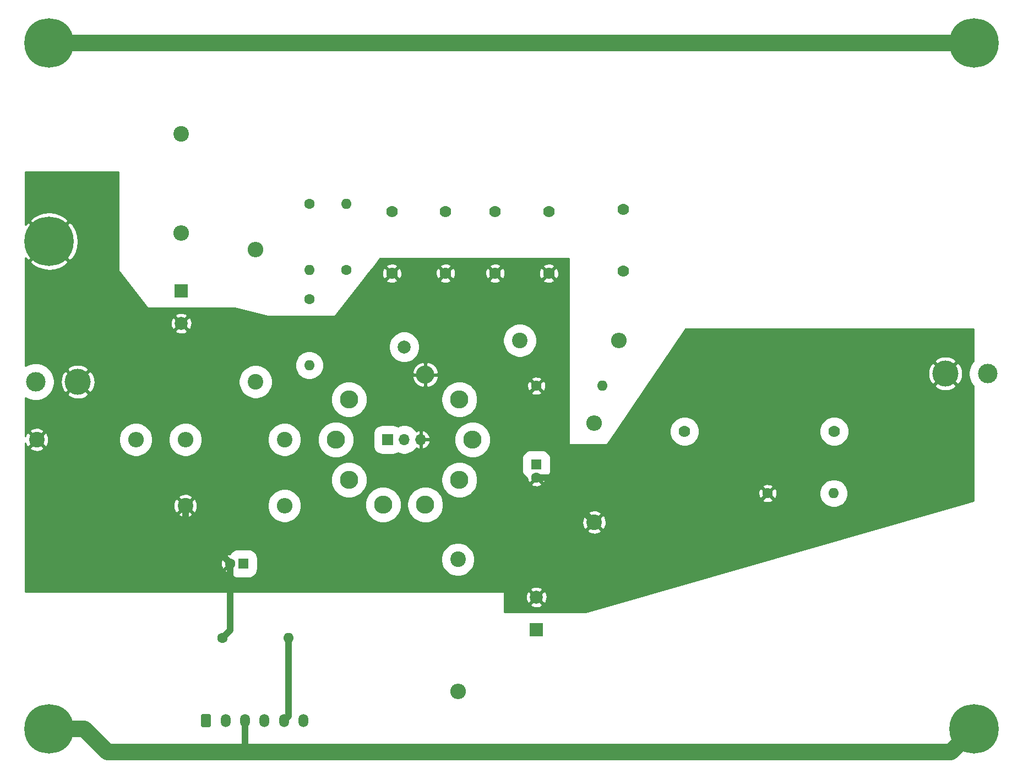
<source format=gbr>
%TF.GenerationSoftware,KiCad,Pcbnew,5.1.9-73d0e3b20d~88~ubuntu20.04.1*%
%TF.CreationDate,2021-05-02T14:23:53-04:00*%
%TF.ProjectId,phono-amp,70686f6e-6f2d-4616-9d70-2e6b69636164,rev?*%
%TF.SameCoordinates,Original*%
%TF.FileFunction,Copper,L2,Bot*%
%TF.FilePolarity,Positive*%
%FSLAX46Y46*%
G04 Gerber Fmt 4.6, Leading zero omitted, Abs format (unit mm)*
G04 Created by KiCad (PCBNEW 5.1.9-73d0e3b20d~88~ubuntu20.04.1) date 2021-05-02 14:23:53*
%MOMM*%
%LPD*%
G01*
G04 APERTURE LIST*
%TA.AperFunction,ComponentPad*%
%ADD10C,1.778000*%
%TD*%
%TA.AperFunction,ComponentPad*%
%ADD11R,1.600000X1.600000*%
%TD*%
%TA.AperFunction,ComponentPad*%
%ADD12C,1.600000*%
%TD*%
%TA.AperFunction,ComponentPad*%
%ADD13C,2.000000*%
%TD*%
%TA.AperFunction,ComponentPad*%
%ADD14R,2.000000X2.000000*%
%TD*%
%TA.AperFunction,ComponentPad*%
%ADD15C,3.000000*%
%TD*%
%TA.AperFunction,ComponentPad*%
%ADD16C,4.000000*%
%TD*%
%TA.AperFunction,ComponentPad*%
%ADD17O,1.500000X2.020000*%
%TD*%
%TA.AperFunction,ComponentPad*%
%ADD18C,2.400000*%
%TD*%
%TA.AperFunction,ComponentPad*%
%ADD19O,2.400000X2.400000*%
%TD*%
%TA.AperFunction,ComponentPad*%
%ADD20O,1.600000X1.600000*%
%TD*%
%TA.AperFunction,ComponentPad*%
%ADD21O,2.800000X2.800000*%
%TD*%
%TA.AperFunction,ComponentPad*%
%ADD22C,7.600000*%
%TD*%
%TA.AperFunction,ComponentPad*%
%ADD23R,1.700000X1.700000*%
%TD*%
%TA.AperFunction,ComponentPad*%
%ADD24O,1.700000X1.700000*%
%TD*%
%TA.AperFunction,Conductor*%
%ADD25C,1.016000*%
%TD*%
%TA.AperFunction,Conductor*%
%ADD26C,2.540000*%
%TD*%
%TA.AperFunction,Conductor*%
%ADD27C,0.254000*%
%TD*%
%TA.AperFunction,Conductor*%
%ADD28C,0.100000*%
%TD*%
G04 APERTURE END LIST*
D10*
%TO.P,C2,2*%
%TO.N,GND*%
X127635000Y-77310000D03*
%TO.P,C2,1*%
%TO.N,Net-(C2-Pad1)*%
X127635000Y-67810000D03*
%TD*%
%TO.P,C3,1*%
%TO.N,Net-(C3-Pad1)*%
X163195000Y-76970000D03*
%TO.P,C3,2*%
%TO.N,Net-(C2-Pad1)*%
X163195000Y-67470000D03*
%TD*%
%TO.P,C4,1*%
%TO.N,Net-(C4-Pad1)*%
X195650000Y-101600000D03*
%TO.P,C4,2*%
%TO.N,Net-(C4-Pad2)*%
X172650000Y-101600000D03*
%TD*%
D11*
%TO.P,C5,1*%
%TO.N,Net-(C5-Pad1)*%
X104775000Y-121920000D03*
D12*
%TO.P,C5,2*%
%TO.N,GND*%
X102775000Y-121920000D03*
%TD*%
%TO.P,C6,2*%
%TO.N,GND*%
X149860000Y-108680000D03*
D11*
%TO.P,C6,1*%
%TO.N,Net-(C6-Pad1)*%
X149860000Y-106680000D03*
%TD*%
D13*
%TO.P,C7,2*%
%TO.N,GND*%
X95250000Y-85010000D03*
D14*
%TO.P,C7,1*%
%TO.N,Net-(C7-Pad1)*%
X95250000Y-80010000D03*
%TD*%
%TO.P,C8,1*%
%TO.N,VBUS*%
X149860000Y-132080000D03*
D13*
%TO.P,C8,2*%
%TO.N,GND*%
X149860000Y-127080000D03*
%TD*%
D10*
%TO.P,C1A1,1*%
%TO.N,Net-(C1A1-Pad1)*%
X151765000Y-67810000D03*
%TO.P,C1A1,2*%
%TO.N,GND*%
X151765000Y-77310000D03*
%TD*%
%TO.P,C1B1,2*%
%TO.N,GND*%
X143510000Y-77310000D03*
%TO.P,C1B1,1*%
%TO.N,Net-(C1A1-Pad1)*%
X143510000Y-67810000D03*
%TD*%
%TO.P,C1C1,1*%
%TO.N,Net-(C1A1-Pad1)*%
X135890000Y-67810000D03*
%TO.P,C1C1,2*%
%TO.N,GND*%
X135890000Y-77310000D03*
%TD*%
D15*
%TO.P,J1,1*%
%TO.N,Net-(J1-Pad1)*%
X72850000Y-93980000D03*
D16*
%TO.P,J1,2*%
%TO.N,GND*%
X79350000Y-93980000D03*
%TD*%
%TO.P,J2,1*%
%TO.N,VBUS*%
%TA.AperFunction,ComponentPad*%
G36*
G01*
X98310000Y-146810000D02*
X98310000Y-145290000D01*
G75*
G02*
X98560000Y-145040000I250000J0D01*
G01*
X99560000Y-145040000D01*
G75*
G02*
X99810000Y-145290000I0J-250000D01*
G01*
X99810000Y-146810000D01*
G75*
G02*
X99560000Y-147060000I-250000J0D01*
G01*
X98560000Y-147060000D01*
G75*
G02*
X98310000Y-146810000I0J250000D01*
G01*
G37*
%TD.AperFunction*%
D17*
%TO.P,J2,2*%
%TO.N,GND*%
X102060000Y-146050000D03*
%TO.P,J2,3*%
%TO.N,Earth_Protective*%
X105060000Y-146050000D03*
%TO.P,J2,4*%
%TO.N,Net-(J2-Pad4)*%
X108060000Y-146050000D03*
%TO.P,J2,5*%
%TO.N,Net-(J2-Pad5)*%
X111060000Y-146050000D03*
%TO.P,J2,6*%
%TO.N,Net-(J2-Pad6)*%
X114060000Y-146050000D03*
%TD*%
D16*
%TO.P,J3,2*%
%TO.N,GND*%
X212750000Y-92710000D03*
D15*
%TO.P,J3,1*%
%TO.N,Net-(C4-Pad1)*%
X219250000Y-92710000D03*
%TD*%
D18*
%TO.P,R1,1*%
%TO.N,GND*%
X73025000Y-102870000D03*
D19*
%TO.P,R1,2*%
%TO.N,Net-(J1-Pad1)*%
X88265000Y-102870000D03*
%TD*%
D18*
%TO.P,R2,1*%
%TO.N,Net-(R2-Pad1)*%
X111125000Y-102870000D03*
D19*
%TO.P,R2,2*%
%TO.N,Net-(J1-Pad1)*%
X95885000Y-102870000D03*
%TD*%
%TO.P,R3,2*%
%TO.N,Net-(C5-Pad1)*%
X111125000Y-113030000D03*
D18*
%TO.P,R3,1*%
%TO.N,GND*%
X95885000Y-113030000D03*
%TD*%
D19*
%TO.P,R4,2*%
%TO.N,Net-(C7-Pad1)*%
X106680000Y-73660000D03*
D18*
%TO.P,R4,1*%
%TO.N,Net-(R4-Pad1)*%
X106680000Y-93980000D03*
%TD*%
D20*
%TO.P,R5,2*%
%TO.N,Net-(R4-Pad1)*%
X114935000Y-91440000D03*
D12*
%TO.P,R5,1*%
%TO.N,Net-(C2-Pad1)*%
X114935000Y-81280000D03*
%TD*%
D20*
%TO.P,R7,2*%
%TO.N,Net-(C3-Pad1)*%
X160020000Y-94615000D03*
D12*
%TO.P,R7,1*%
%TO.N,GND*%
X149860000Y-94615000D03*
%TD*%
D18*
%TO.P,R8,1*%
%TO.N,Net-(R8-Pad1)*%
X147320000Y-87630000D03*
D19*
%TO.P,R8,2*%
%TO.N,Net-(C3-Pad1)*%
X162560000Y-87630000D03*
%TD*%
D18*
%TO.P,R9,1*%
%TO.N,Net-(C4-Pad2)*%
X137795000Y-121285000D03*
D19*
%TO.P,R9,2*%
%TO.N,VBUS*%
X137795000Y-141605000D03*
%TD*%
%TO.P,R10,2*%
%TO.N,Net-(C6-Pad1)*%
X158750000Y-100330000D03*
D18*
%TO.P,R10,1*%
%TO.N,GND*%
X158750000Y-115570000D03*
%TD*%
D12*
%TO.P,R11,1*%
%TO.N,GND*%
X185420000Y-111125000D03*
D20*
%TO.P,R11,2*%
%TO.N,Net-(C4-Pad1)*%
X195580000Y-111125000D03*
%TD*%
%TO.P,R12,2*%
%TO.N,Net-(J2-Pad5)*%
X111760000Y-133350000D03*
D12*
%TO.P,R12,1*%
%TO.N,GND*%
X101600000Y-133350000D03*
%TD*%
D19*
%TO.P,R13,2*%
%TO.N,Net-(C7-Pad1)*%
X95250000Y-71120000D03*
D18*
%TO.P,R13,1*%
%TO.N,VBUS*%
X95250000Y-55880000D03*
%TD*%
D12*
%TO.P,R6A1,1*%
%TO.N,Net-(C1A1-Pad1)*%
X120650000Y-76835000D03*
D20*
%TO.P,R6A1,2*%
%TO.N,Net-(R6A1-Pad2)*%
X120650000Y-66675000D03*
%TD*%
D12*
%TO.P,R6B1,1*%
%TO.N,Net-(R6A1-Pad2)*%
X114935000Y-66675000D03*
D20*
%TO.P,R6B1,2*%
%TO.N,Net-(C2-Pad1)*%
X114935000Y-76835000D03*
%TD*%
D21*
%TO.P,U1,1*%
%TO.N,Net-(R4-Pad1)*%
X121045322Y-96698255D03*
%TO.P,U1,2*%
%TO.N,Net-(R2-Pad1)*%
X119040000Y-102870000D03*
%TO.P,U1,3*%
%TO.N,Net-(C5-Pad1)*%
X121045322Y-109041745D03*
%TO.P,U1,4*%
%TO.N,Net-(J2-Pad4)*%
X126295322Y-112856093D03*
%TO.P,U1,5*%
%TO.N,Net-(J2-Pad6)*%
X132784678Y-112856093D03*
%TO.P,U1,6*%
%TO.N,Net-(C4-Pad2)*%
X138034678Y-109041745D03*
%TO.P,U1,7*%
%TO.N,Net-(R8-Pad1)*%
X140040000Y-102870000D03*
%TO.P,U1,8*%
%TO.N,Net-(C6-Pad1)*%
X138034678Y-96698255D03*
%TO.P,U1,9*%
%TO.N,GND*%
X132784678Y-92883907D03*
D13*
%TO.P,U1,10*%
%TO.N,Net-(JP1-Pad2)*%
X129540000Y-88620000D03*
%TD*%
D22*
%TO.P,H1,1*%
%TO.N,Earth_Protective*%
X74930000Y-41910000D03*
%TD*%
%TO.P,H2,1*%
%TO.N,Earth_Protective*%
X217170000Y-41910000D03*
%TD*%
%TO.P,H3,1*%
%TO.N,Earth_Protective*%
X74930000Y-147320000D03*
%TD*%
%TO.P,H4,1*%
%TO.N,Earth_Protective*%
X217170000Y-147320000D03*
%TD*%
%TO.P,H5,1*%
%TO.N,GND*%
X74930000Y-72390000D03*
%TD*%
D23*
%TO.P,JP1,1*%
%TO.N,Earth_Protective*%
X127000000Y-102870000D03*
D24*
%TO.P,JP1,2*%
%TO.N,Net-(JP1-Pad2)*%
X129540000Y-102870000D03*
%TO.P,JP1,3*%
%TO.N,GND*%
X132080000Y-102870000D03*
%TD*%
D25*
%TO.N,GND*%
X102775000Y-121920000D02*
X102775000Y-132175000D01*
X102775000Y-132175000D02*
X101600000Y-133350000D01*
X149860000Y-108680000D02*
X151860000Y-108680000D01*
X151860000Y-108680000D02*
X158750000Y-115570000D01*
X95885000Y-113030000D02*
X95885000Y-114935000D01*
X95885000Y-114935000D02*
X102870000Y-121920000D01*
D26*
%TO.N,Earth_Protective*%
X74930000Y-41910000D02*
X217170000Y-41910000D01*
X80304011Y-147320000D02*
X83889001Y-150904990D01*
X74930000Y-147320000D02*
X80304011Y-147320000D01*
X165100000Y-150904990D02*
X213585010Y-150904990D01*
X213585010Y-150904990D02*
X217170000Y-147320000D01*
D25*
X105060000Y-150845000D02*
X105000010Y-150904990D01*
X105060000Y-146050000D02*
X105060000Y-150845000D01*
D26*
X105000010Y-150904990D02*
X165100000Y-150904990D01*
X83889001Y-150904990D02*
X105000010Y-150904990D01*
D25*
%TO.N,Net-(J2-Pad5)*%
X111760000Y-133350000D02*
X111760000Y-145415000D01*
X111760000Y-145415000D02*
X111125000Y-146050000D01*
%TD*%
D27*
%TO.N,GND*%
X85598000Y-76835000D02*
X85600440Y-76859776D01*
X85607667Y-76883601D01*
X85624752Y-76912970D01*
X90069752Y-82627970D01*
X90086890Y-82646030D01*
X90107221Y-82660398D01*
X90129965Y-82670525D01*
X90154248Y-82676019D01*
X90170000Y-82677000D01*
X103489366Y-82677000D01*
X108554198Y-83943208D01*
X108585000Y-83947000D01*
X118745000Y-83947000D01*
X118769776Y-83944560D01*
X118793601Y-83937333D01*
X118815557Y-83925597D01*
X118834803Y-83909803D01*
X118844862Y-83898463D01*
X123191615Y-78366231D01*
X126758374Y-78366231D01*
X126840727Y-78619289D01*
X127111418Y-78749086D01*
X127402230Y-78823580D01*
X127701988Y-78839908D01*
X127999171Y-78797443D01*
X128282359Y-78697816D01*
X128429273Y-78619289D01*
X128511626Y-78366231D01*
X135013374Y-78366231D01*
X135095727Y-78619289D01*
X135366418Y-78749086D01*
X135657230Y-78823580D01*
X135956988Y-78839908D01*
X136254171Y-78797443D01*
X136537359Y-78697816D01*
X136684273Y-78619289D01*
X136766626Y-78366231D01*
X142633374Y-78366231D01*
X142715727Y-78619289D01*
X142986418Y-78749086D01*
X143277230Y-78823580D01*
X143576988Y-78839908D01*
X143874171Y-78797443D01*
X144157359Y-78697816D01*
X144304273Y-78619289D01*
X144386626Y-78366231D01*
X150888374Y-78366231D01*
X150970727Y-78619289D01*
X151241418Y-78749086D01*
X151532230Y-78823580D01*
X151831988Y-78839908D01*
X152129171Y-78797443D01*
X152412359Y-78697816D01*
X152559273Y-78619289D01*
X152641626Y-78366231D01*
X151765000Y-77489605D01*
X150888374Y-78366231D01*
X144386626Y-78366231D01*
X143510000Y-77489605D01*
X142633374Y-78366231D01*
X136766626Y-78366231D01*
X135890000Y-77489605D01*
X135013374Y-78366231D01*
X128511626Y-78366231D01*
X127635000Y-77489605D01*
X126758374Y-78366231D01*
X123191615Y-78366231D01*
X123968878Y-77376988D01*
X126105092Y-77376988D01*
X126147557Y-77674171D01*
X126247184Y-77957359D01*
X126325711Y-78104273D01*
X126578769Y-78186626D01*
X127455395Y-77310000D01*
X127814605Y-77310000D01*
X128691231Y-78186626D01*
X128944289Y-78104273D01*
X129074086Y-77833582D01*
X129148580Y-77542770D01*
X129157610Y-77376988D01*
X134360092Y-77376988D01*
X134402557Y-77674171D01*
X134502184Y-77957359D01*
X134580711Y-78104273D01*
X134833769Y-78186626D01*
X135710395Y-77310000D01*
X136069605Y-77310000D01*
X136946231Y-78186626D01*
X137199289Y-78104273D01*
X137329086Y-77833582D01*
X137403580Y-77542770D01*
X137412610Y-77376988D01*
X141980092Y-77376988D01*
X142022557Y-77674171D01*
X142122184Y-77957359D01*
X142200711Y-78104273D01*
X142453769Y-78186626D01*
X143330395Y-77310000D01*
X143689605Y-77310000D01*
X144566231Y-78186626D01*
X144819289Y-78104273D01*
X144949086Y-77833582D01*
X145023580Y-77542770D01*
X145032610Y-77376988D01*
X150235092Y-77376988D01*
X150277557Y-77674171D01*
X150377184Y-77957359D01*
X150455711Y-78104273D01*
X150708769Y-78186626D01*
X151585395Y-77310000D01*
X151944605Y-77310000D01*
X152821231Y-78186626D01*
X153074289Y-78104273D01*
X153204086Y-77833582D01*
X153278580Y-77542770D01*
X153294908Y-77243012D01*
X153252443Y-76945829D01*
X153152816Y-76662641D01*
X153074289Y-76515727D01*
X152821231Y-76433374D01*
X151944605Y-77310000D01*
X151585395Y-77310000D01*
X150708769Y-76433374D01*
X150455711Y-76515727D01*
X150325914Y-76786418D01*
X150251420Y-77077230D01*
X150235092Y-77376988D01*
X145032610Y-77376988D01*
X145039908Y-77243012D01*
X144997443Y-76945829D01*
X144897816Y-76662641D01*
X144819289Y-76515727D01*
X144566231Y-76433374D01*
X143689605Y-77310000D01*
X143330395Y-77310000D01*
X142453769Y-76433374D01*
X142200711Y-76515727D01*
X142070914Y-76786418D01*
X141996420Y-77077230D01*
X141980092Y-77376988D01*
X137412610Y-77376988D01*
X137419908Y-77243012D01*
X137377443Y-76945829D01*
X137277816Y-76662641D01*
X137199289Y-76515727D01*
X136946231Y-76433374D01*
X136069605Y-77310000D01*
X135710395Y-77310000D01*
X134833769Y-76433374D01*
X134580711Y-76515727D01*
X134450914Y-76786418D01*
X134376420Y-77077230D01*
X134360092Y-77376988D01*
X129157610Y-77376988D01*
X129164908Y-77243012D01*
X129122443Y-76945829D01*
X129022816Y-76662641D01*
X128944289Y-76515727D01*
X128691231Y-76433374D01*
X127814605Y-77310000D01*
X127455395Y-77310000D01*
X126578769Y-76433374D01*
X126325711Y-76515727D01*
X126195914Y-76786418D01*
X126121420Y-77077230D01*
X126105092Y-77376988D01*
X123968878Y-77376988D01*
X124851407Y-76253769D01*
X126758374Y-76253769D01*
X127635000Y-77130395D01*
X128511626Y-76253769D01*
X135013374Y-76253769D01*
X135890000Y-77130395D01*
X136766626Y-76253769D01*
X142633374Y-76253769D01*
X143510000Y-77130395D01*
X144386626Y-76253769D01*
X150888374Y-76253769D01*
X151765000Y-77130395D01*
X152641626Y-76253769D01*
X152559273Y-76000711D01*
X152288582Y-75870914D01*
X151997770Y-75796420D01*
X151698012Y-75780092D01*
X151400829Y-75822557D01*
X151117641Y-75922184D01*
X150970727Y-76000711D01*
X150888374Y-76253769D01*
X144386626Y-76253769D01*
X144304273Y-76000711D01*
X144033582Y-75870914D01*
X143742770Y-75796420D01*
X143443012Y-75780092D01*
X143145829Y-75822557D01*
X142862641Y-75922184D01*
X142715727Y-76000711D01*
X142633374Y-76253769D01*
X136766626Y-76253769D01*
X136684273Y-76000711D01*
X136413582Y-75870914D01*
X136122770Y-75796420D01*
X135823012Y-75780092D01*
X135525829Y-75822557D01*
X135242641Y-75922184D01*
X135095727Y-76000711D01*
X135013374Y-76253769D01*
X128511626Y-76253769D01*
X128429273Y-76000711D01*
X128158582Y-75870914D01*
X127867770Y-75796420D01*
X127568012Y-75780092D01*
X127270829Y-75822557D01*
X126987641Y-75922184D01*
X126840727Y-76000711D01*
X126758374Y-76253769D01*
X124851407Y-76253769D01*
X125791726Y-75057000D01*
X154813000Y-75057000D01*
X154813000Y-103505000D01*
X154815440Y-103529776D01*
X154822667Y-103553601D01*
X154834403Y-103575557D01*
X154850197Y-103594803D01*
X154869443Y-103610597D01*
X154891399Y-103622333D01*
X154915224Y-103629560D01*
X154940000Y-103632000D01*
X160655000Y-103632000D01*
X160679776Y-103629560D01*
X160703601Y-103622333D01*
X160725557Y-103610597D01*
X160744803Y-103594803D01*
X160760089Y-103576311D01*
X162253938Y-101374849D01*
X170364000Y-101374849D01*
X170364000Y-101825151D01*
X170451850Y-102266802D01*
X170624173Y-102682827D01*
X170874348Y-103057240D01*
X171192760Y-103375652D01*
X171567173Y-103625827D01*
X171983198Y-103798150D01*
X172424849Y-103886000D01*
X172875151Y-103886000D01*
X173316802Y-103798150D01*
X173732827Y-103625827D01*
X174107240Y-103375652D01*
X174425652Y-103057240D01*
X174675827Y-102682827D01*
X174848150Y-102266802D01*
X174936000Y-101825151D01*
X174936000Y-101374849D01*
X193364000Y-101374849D01*
X193364000Y-101825151D01*
X193451850Y-102266802D01*
X193624173Y-102682827D01*
X193874348Y-103057240D01*
X194192760Y-103375652D01*
X194567173Y-103625827D01*
X194983198Y-103798150D01*
X195424849Y-103886000D01*
X195875151Y-103886000D01*
X196316802Y-103798150D01*
X196732827Y-103625827D01*
X197107240Y-103375652D01*
X197425652Y-103057240D01*
X197675827Y-102682827D01*
X197848150Y-102266802D01*
X197936000Y-101825151D01*
X197936000Y-101374849D01*
X197848150Y-100933198D01*
X197675827Y-100517173D01*
X197425652Y-100142760D01*
X197107240Y-99824348D01*
X196732827Y-99574173D01*
X196316802Y-99401850D01*
X195875151Y-99314000D01*
X195424849Y-99314000D01*
X194983198Y-99401850D01*
X194567173Y-99574173D01*
X194192760Y-99824348D01*
X193874348Y-100142760D01*
X193624173Y-100517173D01*
X193451850Y-100933198D01*
X193364000Y-101374849D01*
X174936000Y-101374849D01*
X174848150Y-100933198D01*
X174675827Y-100517173D01*
X174425652Y-100142760D01*
X174107240Y-99824348D01*
X173732827Y-99574173D01*
X173316802Y-99401850D01*
X172875151Y-99314000D01*
X172424849Y-99314000D01*
X171983198Y-99401850D01*
X171567173Y-99574173D01*
X171192760Y-99824348D01*
X170874348Y-100142760D01*
X170624173Y-100517173D01*
X170451850Y-100933198D01*
X170364000Y-101374849D01*
X162253938Y-101374849D01*
X166879996Y-94557499D01*
X211082106Y-94557499D01*
X211298228Y-94924258D01*
X211758105Y-95164938D01*
X212256098Y-95311275D01*
X212773071Y-95357648D01*
X213289159Y-95302273D01*
X213784526Y-95147279D01*
X214201772Y-94924258D01*
X214417894Y-94557499D01*
X212750000Y-92889605D01*
X211082106Y-94557499D01*
X166879996Y-94557499D01*
X168118001Y-92733071D01*
X210102352Y-92733071D01*
X210157727Y-93249159D01*
X210312721Y-93744526D01*
X210535742Y-94161772D01*
X210902501Y-94377894D01*
X212570395Y-92710000D01*
X212929605Y-92710000D01*
X214597499Y-94377894D01*
X214964258Y-94161772D01*
X215204938Y-93701895D01*
X215351275Y-93203902D01*
X215397648Y-92686929D01*
X215342273Y-92170841D01*
X215187279Y-91675474D01*
X214964258Y-91258228D01*
X214597499Y-91042106D01*
X212929605Y-92710000D01*
X212570395Y-92710000D01*
X210902501Y-91042106D01*
X210535742Y-91258228D01*
X210295062Y-91718105D01*
X210148725Y-92216098D01*
X210102352Y-92733071D01*
X168118001Y-92733071D01*
X169387316Y-90862501D01*
X211082106Y-90862501D01*
X212750000Y-92530395D01*
X214417894Y-90862501D01*
X214201772Y-90495742D01*
X213741895Y-90255062D01*
X213243902Y-90108725D01*
X212726929Y-90062352D01*
X212210841Y-90117727D01*
X211715474Y-90272721D01*
X211298228Y-90495742D01*
X211082106Y-90862501D01*
X169387316Y-90862501D01*
X172787300Y-85852000D01*
X217043000Y-85852000D01*
X217043000Y-90820023D01*
X216999753Y-90863270D01*
X216682712Y-91337756D01*
X216464330Y-91864976D01*
X216353000Y-92424670D01*
X216353000Y-92995330D01*
X216464330Y-93555024D01*
X216682712Y-94082244D01*
X216999753Y-94556730D01*
X217043000Y-94599977D01*
X217043000Y-112299344D01*
X157462124Y-129413000D01*
X144907000Y-129413000D01*
X144907000Y-128215413D01*
X148904192Y-128215413D01*
X148999956Y-128479814D01*
X149289571Y-128620704D01*
X149601108Y-128702384D01*
X149922595Y-128721718D01*
X150241675Y-128677961D01*
X150546088Y-128572795D01*
X150720044Y-128479814D01*
X150815808Y-128215413D01*
X149860000Y-127259605D01*
X148904192Y-128215413D01*
X144907000Y-128215413D01*
X144907000Y-127142595D01*
X148218282Y-127142595D01*
X148262039Y-127461675D01*
X148367205Y-127766088D01*
X148460186Y-127940044D01*
X148724587Y-128035808D01*
X149680395Y-127080000D01*
X150039605Y-127080000D01*
X150995413Y-128035808D01*
X151259814Y-127940044D01*
X151400704Y-127650429D01*
X151482384Y-127338892D01*
X151501718Y-127017405D01*
X151457961Y-126698325D01*
X151352795Y-126393912D01*
X151259814Y-126219956D01*
X150995413Y-126124192D01*
X150039605Y-127080000D01*
X149680395Y-127080000D01*
X148724587Y-126124192D01*
X148460186Y-126219956D01*
X148319296Y-126509571D01*
X148237616Y-126821108D01*
X148218282Y-127142595D01*
X144907000Y-127142595D01*
X144907000Y-126365000D01*
X144904560Y-126340224D01*
X144897333Y-126316399D01*
X144885597Y-126294443D01*
X144869803Y-126275197D01*
X144850557Y-126259403D01*
X144828601Y-126247667D01*
X144804776Y-126240440D01*
X144780000Y-126238000D01*
X71272000Y-126238000D01*
X71272000Y-125944587D01*
X148904192Y-125944587D01*
X149860000Y-126900395D01*
X150815808Y-125944587D01*
X150720044Y-125680186D01*
X150430429Y-125539296D01*
X150118892Y-125457616D01*
X149797405Y-125438282D01*
X149478325Y-125482039D01*
X149173912Y-125587205D01*
X148999956Y-125680186D01*
X148904192Y-125944587D01*
X71272000Y-125944587D01*
X71272000Y-121990512D01*
X101334783Y-121990512D01*
X101376213Y-122270130D01*
X101471397Y-122536292D01*
X101538329Y-122661514D01*
X101782298Y-122733097D01*
X102571241Y-121944154D01*
X102571241Y-122303364D01*
X101961903Y-122912702D01*
X102033486Y-123156671D01*
X102288996Y-123277571D01*
X102563184Y-123346300D01*
X102730122Y-123354529D01*
X102807817Y-123499887D01*
X102982392Y-123712608D01*
X103195113Y-123887183D01*
X103437805Y-124016904D01*
X103701140Y-124096786D01*
X103975000Y-124123759D01*
X105575000Y-124123759D01*
X105848860Y-124096786D01*
X106112195Y-124016904D01*
X106354887Y-123887183D01*
X106567608Y-123712608D01*
X106742183Y-123499887D01*
X106871904Y-123257195D01*
X106951786Y-122993860D01*
X106978759Y-122720000D01*
X106978759Y-121120000D01*
X106969818Y-121029218D01*
X135198000Y-121029218D01*
X135198000Y-121540782D01*
X135297801Y-122042517D01*
X135493568Y-122515141D01*
X135777778Y-122940491D01*
X136139509Y-123302222D01*
X136564859Y-123586432D01*
X137037483Y-123782199D01*
X137539218Y-123882000D01*
X138050782Y-123882000D01*
X138552517Y-123782199D01*
X139025141Y-123586432D01*
X139450491Y-123302222D01*
X139812222Y-122940491D01*
X140096432Y-122515141D01*
X140292199Y-122042517D01*
X140392000Y-121540782D01*
X140392000Y-121029218D01*
X140292199Y-120527483D01*
X140096432Y-120054859D01*
X139812222Y-119629509D01*
X139450491Y-119267778D01*
X139025141Y-118983568D01*
X138552517Y-118787801D01*
X138050782Y-118688000D01*
X137539218Y-118688000D01*
X137037483Y-118787801D01*
X136564859Y-118983568D01*
X136139509Y-119267778D01*
X135777778Y-119629509D01*
X135493568Y-120054859D01*
X135297801Y-120527483D01*
X135198000Y-121029218D01*
X106969818Y-121029218D01*
X106951786Y-120846140D01*
X106871904Y-120582805D01*
X106742183Y-120340113D01*
X106567608Y-120127392D01*
X106354887Y-119952817D01*
X106112195Y-119823096D01*
X105848860Y-119743214D01*
X105575000Y-119716241D01*
X103975000Y-119716241D01*
X103701140Y-119743214D01*
X103437805Y-119823096D01*
X103195113Y-119952817D01*
X102982392Y-120127392D01*
X102807817Y-120340113D01*
X102732426Y-120481160D01*
X102704488Y-120479783D01*
X102424870Y-120521213D01*
X102158708Y-120616397D01*
X102033486Y-120683329D01*
X101961903Y-120927298D01*
X102571241Y-121536636D01*
X102571241Y-121895846D01*
X101782298Y-121106903D01*
X101538329Y-121178486D01*
X101417429Y-121433996D01*
X101348700Y-121708184D01*
X101334783Y-121990512D01*
X71272000Y-121990512D01*
X71272000Y-116847980D01*
X157651626Y-116847980D01*
X157771514Y-117132836D01*
X158095210Y-117293699D01*
X158444069Y-117388322D01*
X158804684Y-117413067D01*
X159163198Y-117366985D01*
X159505833Y-117251846D01*
X159728486Y-117132836D01*
X159848374Y-116847980D01*
X158750000Y-115749605D01*
X157651626Y-116847980D01*
X71272000Y-116847980D01*
X71272000Y-114307980D01*
X94786626Y-114307980D01*
X94906514Y-114592836D01*
X95230210Y-114753699D01*
X95579069Y-114848322D01*
X95939684Y-114873067D01*
X96298198Y-114826985D01*
X96640833Y-114711846D01*
X96863486Y-114592836D01*
X96983374Y-114307980D01*
X95885000Y-113209605D01*
X94786626Y-114307980D01*
X71272000Y-114307980D01*
X71272000Y-113084684D01*
X94041933Y-113084684D01*
X94088015Y-113443198D01*
X94203154Y-113785833D01*
X94322164Y-114008486D01*
X94607020Y-114128374D01*
X95705395Y-113030000D01*
X96064605Y-113030000D01*
X97162980Y-114128374D01*
X97447836Y-114008486D01*
X97608699Y-113684790D01*
X97703322Y-113335931D01*
X97728067Y-112975316D01*
X97702219Y-112774218D01*
X108528000Y-112774218D01*
X108528000Y-113285782D01*
X108627801Y-113787517D01*
X108823568Y-114260141D01*
X109107778Y-114685491D01*
X109469509Y-115047222D01*
X109894859Y-115331432D01*
X110367483Y-115527199D01*
X110869218Y-115627000D01*
X111380782Y-115627000D01*
X111882517Y-115527199D01*
X112355141Y-115331432D01*
X112780491Y-115047222D01*
X113142222Y-114685491D01*
X113426432Y-114260141D01*
X113622199Y-113787517D01*
X113722000Y-113285782D01*
X113722000Y-112774218D01*
X113683490Y-112580613D01*
X123498322Y-112580613D01*
X123498322Y-113131573D01*
X123605810Y-113671948D01*
X123816653Y-114180969D01*
X124122751Y-114639076D01*
X124512339Y-115028664D01*
X124970446Y-115334762D01*
X125479467Y-115545605D01*
X126019842Y-115653093D01*
X126570802Y-115653093D01*
X127111177Y-115545605D01*
X127620198Y-115334762D01*
X128078305Y-115028664D01*
X128467893Y-114639076D01*
X128773991Y-114180969D01*
X128984834Y-113671948D01*
X129092322Y-113131573D01*
X129092322Y-112580613D01*
X129987678Y-112580613D01*
X129987678Y-113131573D01*
X130095166Y-113671948D01*
X130306009Y-114180969D01*
X130612107Y-114639076D01*
X131001695Y-115028664D01*
X131459802Y-115334762D01*
X131968823Y-115545605D01*
X132509198Y-115653093D01*
X133060158Y-115653093D01*
X133202978Y-115624684D01*
X156906933Y-115624684D01*
X156953015Y-115983198D01*
X157068154Y-116325833D01*
X157187164Y-116548486D01*
X157472020Y-116668374D01*
X158570395Y-115570000D01*
X158929605Y-115570000D01*
X160027980Y-116668374D01*
X160312836Y-116548486D01*
X160473699Y-116224790D01*
X160568322Y-115875931D01*
X160593067Y-115515316D01*
X160546985Y-115156802D01*
X160431846Y-114814167D01*
X160312836Y-114591514D01*
X160027980Y-114471626D01*
X158929605Y-115570000D01*
X158570395Y-115570000D01*
X157472020Y-114471626D01*
X157187164Y-114591514D01*
X157026301Y-114915210D01*
X156931678Y-115264069D01*
X156906933Y-115624684D01*
X133202978Y-115624684D01*
X133600533Y-115545605D01*
X134109554Y-115334762D01*
X134567661Y-115028664D01*
X134957249Y-114639076D01*
X135189144Y-114292020D01*
X157651626Y-114292020D01*
X158750000Y-115390395D01*
X159848374Y-114292020D01*
X159728486Y-114007164D01*
X159404790Y-113846301D01*
X159055931Y-113751678D01*
X158695316Y-113726933D01*
X158336802Y-113773015D01*
X157994167Y-113888154D01*
X157771514Y-114007164D01*
X157651626Y-114292020D01*
X135189144Y-114292020D01*
X135263347Y-114180969D01*
X135474190Y-113671948D01*
X135581678Y-113131573D01*
X135581678Y-112580613D01*
X135489599Y-112117702D01*
X184606903Y-112117702D01*
X184678486Y-112361671D01*
X184933996Y-112482571D01*
X185208184Y-112551300D01*
X185490512Y-112565217D01*
X185770130Y-112523787D01*
X186036292Y-112428603D01*
X186161514Y-112361671D01*
X186233097Y-112117702D01*
X185420000Y-111304605D01*
X184606903Y-112117702D01*
X135489599Y-112117702D01*
X135474190Y-112040238D01*
X135263347Y-111531217D01*
X134957249Y-111073110D01*
X134567661Y-110683522D01*
X134109554Y-110377424D01*
X133600533Y-110166581D01*
X133060158Y-110059093D01*
X132509198Y-110059093D01*
X131968823Y-110166581D01*
X131459802Y-110377424D01*
X131001695Y-110683522D01*
X130612107Y-111073110D01*
X130306009Y-111531217D01*
X130095166Y-112040238D01*
X129987678Y-112580613D01*
X129092322Y-112580613D01*
X128984834Y-112040238D01*
X128773991Y-111531217D01*
X128467893Y-111073110D01*
X128078305Y-110683522D01*
X127620198Y-110377424D01*
X127111177Y-110166581D01*
X126570802Y-110059093D01*
X126019842Y-110059093D01*
X125479467Y-110166581D01*
X124970446Y-110377424D01*
X124512339Y-110683522D01*
X124122751Y-111073110D01*
X123816653Y-111531217D01*
X123605810Y-112040238D01*
X123498322Y-112580613D01*
X113683490Y-112580613D01*
X113622199Y-112272483D01*
X113426432Y-111799859D01*
X113142222Y-111374509D01*
X112780491Y-111012778D01*
X112355141Y-110728568D01*
X111882517Y-110532801D01*
X111380782Y-110433000D01*
X110869218Y-110433000D01*
X110367483Y-110532801D01*
X109894859Y-110728568D01*
X109469509Y-111012778D01*
X109107778Y-111374509D01*
X108823568Y-111799859D01*
X108627801Y-112272483D01*
X108528000Y-112774218D01*
X97702219Y-112774218D01*
X97681985Y-112616802D01*
X97566846Y-112274167D01*
X97447836Y-112051514D01*
X97162980Y-111931626D01*
X96064605Y-113030000D01*
X95705395Y-113030000D01*
X94607020Y-111931626D01*
X94322164Y-112051514D01*
X94161301Y-112375210D01*
X94066678Y-112724069D01*
X94041933Y-113084684D01*
X71272000Y-113084684D01*
X71272000Y-111752020D01*
X94786626Y-111752020D01*
X95885000Y-112850395D01*
X96983374Y-111752020D01*
X96863486Y-111467164D01*
X96539790Y-111306301D01*
X96190931Y-111211678D01*
X95830316Y-111186933D01*
X95471802Y-111233015D01*
X95129167Y-111348154D01*
X94906514Y-111467164D01*
X94786626Y-111752020D01*
X71272000Y-111752020D01*
X71272000Y-108766265D01*
X118248322Y-108766265D01*
X118248322Y-109317225D01*
X118355810Y-109857600D01*
X118566653Y-110366621D01*
X118872751Y-110824728D01*
X119262339Y-111214316D01*
X119720446Y-111520414D01*
X120229467Y-111731257D01*
X120769842Y-111838745D01*
X121320802Y-111838745D01*
X121861177Y-111731257D01*
X122370198Y-111520414D01*
X122828305Y-111214316D01*
X123217893Y-110824728D01*
X123523991Y-110366621D01*
X123734834Y-109857600D01*
X123842322Y-109317225D01*
X123842322Y-108766265D01*
X135237678Y-108766265D01*
X135237678Y-109317225D01*
X135345166Y-109857600D01*
X135556009Y-110366621D01*
X135862107Y-110824728D01*
X136251695Y-111214316D01*
X136709802Y-111520414D01*
X137218823Y-111731257D01*
X137759198Y-111838745D01*
X138310158Y-111838745D01*
X138850533Y-111731257D01*
X139359554Y-111520414D01*
X139817661Y-111214316D01*
X139836465Y-111195512D01*
X183979783Y-111195512D01*
X184021213Y-111475130D01*
X184116397Y-111741292D01*
X184183329Y-111866514D01*
X184427298Y-111938097D01*
X185240395Y-111125000D01*
X185599605Y-111125000D01*
X186412702Y-111938097D01*
X186656671Y-111866514D01*
X186777571Y-111611004D01*
X186846300Y-111336816D01*
X186860217Y-111054488D01*
X186838604Y-110908614D01*
X193383000Y-110908614D01*
X193383000Y-111341386D01*
X193467430Y-111765841D01*
X193633044Y-112165670D01*
X193873479Y-112525506D01*
X194179494Y-112831521D01*
X194539330Y-113071956D01*
X194939159Y-113237570D01*
X195363614Y-113322000D01*
X195796386Y-113322000D01*
X196220841Y-113237570D01*
X196620670Y-113071956D01*
X196980506Y-112831521D01*
X197286521Y-112525506D01*
X197526956Y-112165670D01*
X197692570Y-111765841D01*
X197777000Y-111341386D01*
X197777000Y-110908614D01*
X197692570Y-110484159D01*
X197526956Y-110084330D01*
X197286521Y-109724494D01*
X196980506Y-109418479D01*
X196620670Y-109178044D01*
X196220841Y-109012430D01*
X195796386Y-108928000D01*
X195363614Y-108928000D01*
X194939159Y-109012430D01*
X194539330Y-109178044D01*
X194179494Y-109418479D01*
X193873479Y-109724494D01*
X193633044Y-110084330D01*
X193467430Y-110484159D01*
X193383000Y-110908614D01*
X186838604Y-110908614D01*
X186818787Y-110774870D01*
X186723603Y-110508708D01*
X186656671Y-110383486D01*
X186412702Y-110311903D01*
X185599605Y-111125000D01*
X185240395Y-111125000D01*
X184427298Y-110311903D01*
X184183329Y-110383486D01*
X184062429Y-110638996D01*
X183993700Y-110913184D01*
X183979783Y-111195512D01*
X139836465Y-111195512D01*
X140207249Y-110824728D01*
X140513347Y-110366621D01*
X140610406Y-110132298D01*
X184606903Y-110132298D01*
X185420000Y-110945395D01*
X186233097Y-110132298D01*
X186161514Y-109888329D01*
X185906004Y-109767429D01*
X185631816Y-109698700D01*
X185349488Y-109684783D01*
X185069870Y-109726213D01*
X184803708Y-109821397D01*
X184678486Y-109888329D01*
X184606903Y-110132298D01*
X140610406Y-110132298D01*
X140724190Y-109857600D01*
X140831678Y-109317225D01*
X140831678Y-108766265D01*
X140724190Y-108225890D01*
X140513347Y-107716869D01*
X140207249Y-107258762D01*
X139817661Y-106869174D01*
X139359554Y-106563076D01*
X138850533Y-106352233D01*
X138310158Y-106244745D01*
X137759198Y-106244745D01*
X137218823Y-106352233D01*
X136709802Y-106563076D01*
X136251695Y-106869174D01*
X135862107Y-107258762D01*
X135556009Y-107716869D01*
X135345166Y-108225890D01*
X135237678Y-108766265D01*
X123842322Y-108766265D01*
X123734834Y-108225890D01*
X123523991Y-107716869D01*
X123217893Y-107258762D01*
X122828305Y-106869174D01*
X122370198Y-106563076D01*
X121861177Y-106352233D01*
X121320802Y-106244745D01*
X120769842Y-106244745D01*
X120229467Y-106352233D01*
X119720446Y-106563076D01*
X119262339Y-106869174D01*
X118872751Y-107258762D01*
X118566653Y-107716869D01*
X118355810Y-108225890D01*
X118248322Y-108766265D01*
X71272000Y-108766265D01*
X71272000Y-105880000D01*
X147656241Y-105880000D01*
X147656241Y-107480000D01*
X147683214Y-107753860D01*
X147763096Y-108017195D01*
X147892817Y-108259887D01*
X148067392Y-108472608D01*
X148280113Y-108647183D01*
X148421160Y-108722574D01*
X148419783Y-108750512D01*
X148461213Y-109030130D01*
X148556397Y-109296292D01*
X148623329Y-109421514D01*
X148867298Y-109493097D01*
X149476636Y-108883759D01*
X149835846Y-108883759D01*
X149046903Y-109672702D01*
X149118486Y-109916671D01*
X149373996Y-110037571D01*
X149648184Y-110106300D01*
X149930512Y-110120217D01*
X150210130Y-110078787D01*
X150476292Y-109983603D01*
X150601514Y-109916671D01*
X150673097Y-109672702D01*
X149884154Y-108883759D01*
X150243364Y-108883759D01*
X150852702Y-109493097D01*
X151096671Y-109421514D01*
X151217571Y-109166004D01*
X151286300Y-108891816D01*
X151294529Y-108724878D01*
X151439887Y-108647183D01*
X151652608Y-108472608D01*
X151827183Y-108259887D01*
X151956904Y-108017195D01*
X152036786Y-107753860D01*
X152063759Y-107480000D01*
X152063759Y-105880000D01*
X152036786Y-105606140D01*
X151956904Y-105342805D01*
X151827183Y-105100113D01*
X151652608Y-104887392D01*
X151439887Y-104712817D01*
X151197195Y-104583096D01*
X150933860Y-104503214D01*
X150660000Y-104476241D01*
X149060000Y-104476241D01*
X148786140Y-104503214D01*
X148522805Y-104583096D01*
X148280113Y-104712817D01*
X148067392Y-104887392D01*
X147892817Y-105100113D01*
X147763096Y-105342805D01*
X147683214Y-105606140D01*
X147656241Y-105880000D01*
X71272000Y-105880000D01*
X71272000Y-104147980D01*
X71926626Y-104147980D01*
X72046514Y-104432836D01*
X72370210Y-104593699D01*
X72719069Y-104688322D01*
X73079684Y-104713067D01*
X73438198Y-104666985D01*
X73780833Y-104551846D01*
X74003486Y-104432836D01*
X74123374Y-104147980D01*
X73025000Y-103049605D01*
X71926626Y-104147980D01*
X71272000Y-104147980D01*
X71272000Y-103414090D01*
X71343154Y-103625833D01*
X71462164Y-103848486D01*
X71747020Y-103968374D01*
X72845395Y-102870000D01*
X73204605Y-102870000D01*
X74302980Y-103968374D01*
X74587836Y-103848486D01*
X74748699Y-103524790D01*
X74843322Y-103175931D01*
X74868067Y-102815316D01*
X74842219Y-102614218D01*
X85668000Y-102614218D01*
X85668000Y-103125782D01*
X85767801Y-103627517D01*
X85963568Y-104100141D01*
X86247778Y-104525491D01*
X86609509Y-104887222D01*
X87034859Y-105171432D01*
X87507483Y-105367199D01*
X88009218Y-105467000D01*
X88520782Y-105467000D01*
X89022517Y-105367199D01*
X89495141Y-105171432D01*
X89920491Y-104887222D01*
X90282222Y-104525491D01*
X90566432Y-104100141D01*
X90762199Y-103627517D01*
X90862000Y-103125782D01*
X90862000Y-102614218D01*
X93288000Y-102614218D01*
X93288000Y-103125782D01*
X93387801Y-103627517D01*
X93583568Y-104100141D01*
X93867778Y-104525491D01*
X94229509Y-104887222D01*
X94654859Y-105171432D01*
X95127483Y-105367199D01*
X95629218Y-105467000D01*
X96140782Y-105467000D01*
X96642517Y-105367199D01*
X97115141Y-105171432D01*
X97540491Y-104887222D01*
X97902222Y-104525491D01*
X98186432Y-104100141D01*
X98382199Y-103627517D01*
X98482000Y-103125782D01*
X98482000Y-102614218D01*
X108528000Y-102614218D01*
X108528000Y-103125782D01*
X108627801Y-103627517D01*
X108823568Y-104100141D01*
X109107778Y-104525491D01*
X109469509Y-104887222D01*
X109894859Y-105171432D01*
X110367483Y-105367199D01*
X110869218Y-105467000D01*
X111380782Y-105467000D01*
X111882517Y-105367199D01*
X112355141Y-105171432D01*
X112780491Y-104887222D01*
X113142222Y-104525491D01*
X113426432Y-104100141D01*
X113622199Y-103627517D01*
X113722000Y-103125782D01*
X113722000Y-102614218D01*
X113718082Y-102594520D01*
X116243000Y-102594520D01*
X116243000Y-103145480D01*
X116350488Y-103685855D01*
X116561331Y-104194876D01*
X116867429Y-104652983D01*
X117257017Y-105042571D01*
X117715124Y-105348669D01*
X118224145Y-105559512D01*
X118764520Y-105667000D01*
X119315480Y-105667000D01*
X119855855Y-105559512D01*
X120364876Y-105348669D01*
X120822983Y-105042571D01*
X121212571Y-104652983D01*
X121518669Y-104194876D01*
X121729512Y-103685855D01*
X121837000Y-103145480D01*
X121837000Y-102594520D01*
X121729512Y-102054145D01*
X121715369Y-102020000D01*
X124746241Y-102020000D01*
X124746241Y-103720000D01*
X124773214Y-103993860D01*
X124853096Y-104257195D01*
X124982817Y-104499887D01*
X125157392Y-104712608D01*
X125370113Y-104887183D01*
X125612805Y-105016904D01*
X125876140Y-105096786D01*
X126150000Y-105123759D01*
X127850000Y-105123759D01*
X128123860Y-105096786D01*
X128387195Y-105016904D01*
X128589864Y-104908576D01*
X128884574Y-105030649D01*
X129318690Y-105117000D01*
X129761310Y-105117000D01*
X130195426Y-105030649D01*
X130604353Y-104861265D01*
X130972379Y-104615359D01*
X131285359Y-104302379D01*
X131373524Y-104170431D01*
X131575901Y-104266825D01*
X131723110Y-104311476D01*
X131953000Y-104190155D01*
X131953000Y-102997000D01*
X132207000Y-102997000D01*
X132207000Y-104190155D01*
X132436890Y-104311476D01*
X132584099Y-104266825D01*
X132846920Y-104141641D01*
X133080269Y-103967588D01*
X133275178Y-103751355D01*
X133424157Y-103501252D01*
X133521481Y-103226891D01*
X133400814Y-102997000D01*
X132207000Y-102997000D01*
X131953000Y-102997000D01*
X131933000Y-102997000D01*
X131933000Y-102743000D01*
X131953000Y-102743000D01*
X131953000Y-101549845D01*
X132207000Y-101549845D01*
X132207000Y-102743000D01*
X133400814Y-102743000D01*
X133478749Y-102594520D01*
X137243000Y-102594520D01*
X137243000Y-103145480D01*
X137350488Y-103685855D01*
X137561331Y-104194876D01*
X137867429Y-104652983D01*
X138257017Y-105042571D01*
X138715124Y-105348669D01*
X139224145Y-105559512D01*
X139764520Y-105667000D01*
X140315480Y-105667000D01*
X140855855Y-105559512D01*
X141364876Y-105348669D01*
X141822983Y-105042571D01*
X142212571Y-104652983D01*
X142518669Y-104194876D01*
X142729512Y-103685855D01*
X142837000Y-103145480D01*
X142837000Y-102594520D01*
X142729512Y-102054145D01*
X142518669Y-101545124D01*
X142212571Y-101087017D01*
X141822983Y-100697429D01*
X141364876Y-100391331D01*
X140855855Y-100180488D01*
X140315480Y-100073000D01*
X139764520Y-100073000D01*
X139224145Y-100180488D01*
X138715124Y-100391331D01*
X138257017Y-100697429D01*
X137867429Y-101087017D01*
X137561331Y-101545124D01*
X137350488Y-102054145D01*
X137243000Y-102594520D01*
X133478749Y-102594520D01*
X133521481Y-102513109D01*
X133424157Y-102238748D01*
X133275178Y-101988645D01*
X133080269Y-101772412D01*
X132846920Y-101598359D01*
X132584099Y-101473175D01*
X132436890Y-101428524D01*
X132207000Y-101549845D01*
X131953000Y-101549845D01*
X131723110Y-101428524D01*
X131575901Y-101473175D01*
X131373524Y-101569569D01*
X131285359Y-101437621D01*
X130972379Y-101124641D01*
X130604353Y-100878735D01*
X130195426Y-100709351D01*
X129761310Y-100623000D01*
X129318690Y-100623000D01*
X128884574Y-100709351D01*
X128589864Y-100831424D01*
X128387195Y-100723096D01*
X128123860Y-100643214D01*
X127850000Y-100616241D01*
X126150000Y-100616241D01*
X125876140Y-100643214D01*
X125612805Y-100723096D01*
X125370113Y-100852817D01*
X125157392Y-101027392D01*
X124982817Y-101240113D01*
X124853096Y-101482805D01*
X124773214Y-101746140D01*
X124746241Y-102020000D01*
X121715369Y-102020000D01*
X121518669Y-101545124D01*
X121212571Y-101087017D01*
X120822983Y-100697429D01*
X120364876Y-100391331D01*
X119855855Y-100180488D01*
X119315480Y-100073000D01*
X118764520Y-100073000D01*
X118224145Y-100180488D01*
X117715124Y-100391331D01*
X117257017Y-100697429D01*
X116867429Y-101087017D01*
X116561331Y-101545124D01*
X116350488Y-102054145D01*
X116243000Y-102594520D01*
X113718082Y-102594520D01*
X113622199Y-102112483D01*
X113426432Y-101639859D01*
X113142222Y-101214509D01*
X112780491Y-100852778D01*
X112355141Y-100568568D01*
X111882517Y-100372801D01*
X111380782Y-100273000D01*
X110869218Y-100273000D01*
X110367483Y-100372801D01*
X109894859Y-100568568D01*
X109469509Y-100852778D01*
X109107778Y-101214509D01*
X108823568Y-101639859D01*
X108627801Y-102112483D01*
X108528000Y-102614218D01*
X98482000Y-102614218D01*
X98382199Y-102112483D01*
X98186432Y-101639859D01*
X97902222Y-101214509D01*
X97540491Y-100852778D01*
X97115141Y-100568568D01*
X96642517Y-100372801D01*
X96140782Y-100273000D01*
X95629218Y-100273000D01*
X95127483Y-100372801D01*
X94654859Y-100568568D01*
X94229509Y-100852778D01*
X93867778Y-101214509D01*
X93583568Y-101639859D01*
X93387801Y-102112483D01*
X93288000Y-102614218D01*
X90862000Y-102614218D01*
X90762199Y-102112483D01*
X90566432Y-101639859D01*
X90282222Y-101214509D01*
X89920491Y-100852778D01*
X89495141Y-100568568D01*
X89022517Y-100372801D01*
X88520782Y-100273000D01*
X88009218Y-100273000D01*
X87507483Y-100372801D01*
X87034859Y-100568568D01*
X86609509Y-100852778D01*
X86247778Y-101214509D01*
X85963568Y-101639859D01*
X85767801Y-102112483D01*
X85668000Y-102614218D01*
X74842219Y-102614218D01*
X74821985Y-102456802D01*
X74706846Y-102114167D01*
X74587836Y-101891514D01*
X74302980Y-101771626D01*
X73204605Y-102870000D01*
X72845395Y-102870000D01*
X71747020Y-101771626D01*
X71462164Y-101891514D01*
X71301301Y-102215210D01*
X71272000Y-102323238D01*
X71272000Y-101592020D01*
X71926626Y-101592020D01*
X73025000Y-102690395D01*
X74123374Y-101592020D01*
X74003486Y-101307164D01*
X73679790Y-101146301D01*
X73330931Y-101051678D01*
X72970316Y-101026933D01*
X72611802Y-101073015D01*
X72269167Y-101188154D01*
X72046514Y-101307164D01*
X71926626Y-101592020D01*
X71272000Y-101592020D01*
X71272000Y-96409806D01*
X71477756Y-96547288D01*
X72004976Y-96765670D01*
X72564670Y-96877000D01*
X73135330Y-96877000D01*
X73695024Y-96765670D01*
X74222244Y-96547288D01*
X74696730Y-96230247D01*
X75099478Y-95827499D01*
X77682106Y-95827499D01*
X77898228Y-96194258D01*
X78358105Y-96434938D01*
X78856098Y-96581275D01*
X79373071Y-96627648D01*
X79889159Y-96572273D01*
X80384526Y-96417279D01*
X80801772Y-96194258D01*
X81017894Y-95827499D01*
X79350000Y-94159605D01*
X77682106Y-95827499D01*
X75099478Y-95827499D01*
X75100247Y-95826730D01*
X75417288Y-95352244D01*
X75635670Y-94825024D01*
X75747000Y-94265330D01*
X75747000Y-94003071D01*
X76702352Y-94003071D01*
X76757727Y-94519159D01*
X76912721Y-95014526D01*
X77135742Y-95431772D01*
X77502501Y-95647894D01*
X79170395Y-93980000D01*
X79529605Y-93980000D01*
X81197499Y-95647894D01*
X81564258Y-95431772D01*
X81804938Y-94971895D01*
X81951275Y-94473902D01*
X81997648Y-93956929D01*
X81972679Y-93724218D01*
X104083000Y-93724218D01*
X104083000Y-94235782D01*
X104182801Y-94737517D01*
X104378568Y-95210141D01*
X104662778Y-95635491D01*
X105024509Y-95997222D01*
X105449859Y-96281432D01*
X105922483Y-96477199D01*
X106424218Y-96577000D01*
X106935782Y-96577000D01*
X107437517Y-96477199D01*
X107568908Y-96422775D01*
X118248322Y-96422775D01*
X118248322Y-96973735D01*
X118355810Y-97514110D01*
X118566653Y-98023131D01*
X118872751Y-98481238D01*
X119262339Y-98870826D01*
X119720446Y-99176924D01*
X120229467Y-99387767D01*
X120769842Y-99495255D01*
X121320802Y-99495255D01*
X121861177Y-99387767D01*
X122370198Y-99176924D01*
X122828305Y-98870826D01*
X123217893Y-98481238D01*
X123523991Y-98023131D01*
X123734834Y-97514110D01*
X123842322Y-96973735D01*
X123842322Y-96422775D01*
X135237678Y-96422775D01*
X135237678Y-96973735D01*
X135345166Y-97514110D01*
X135556009Y-98023131D01*
X135862107Y-98481238D01*
X136251695Y-98870826D01*
X136709802Y-99176924D01*
X137218823Y-99387767D01*
X137759198Y-99495255D01*
X138310158Y-99495255D01*
X138850533Y-99387767D01*
X139359554Y-99176924D01*
X139817661Y-98870826D01*
X140207249Y-98481238D01*
X140513347Y-98023131D01*
X140724190Y-97514110D01*
X140831678Y-96973735D01*
X140831678Y-96422775D01*
X140724190Y-95882400D01*
X140610407Y-95607702D01*
X149046903Y-95607702D01*
X149118486Y-95851671D01*
X149373996Y-95972571D01*
X149648184Y-96041300D01*
X149930512Y-96055217D01*
X150210130Y-96013787D01*
X150476292Y-95918603D01*
X150601514Y-95851671D01*
X150673097Y-95607702D01*
X149860000Y-94794605D01*
X149046903Y-95607702D01*
X140610407Y-95607702D01*
X140513347Y-95373379D01*
X140207249Y-94915272D01*
X139977489Y-94685512D01*
X148419783Y-94685512D01*
X148461213Y-94965130D01*
X148556397Y-95231292D01*
X148623329Y-95356514D01*
X148867298Y-95428097D01*
X149680395Y-94615000D01*
X150039605Y-94615000D01*
X150852702Y-95428097D01*
X151096671Y-95356514D01*
X151217571Y-95101004D01*
X151286300Y-94826816D01*
X151300217Y-94544488D01*
X151258787Y-94264870D01*
X151163603Y-93998708D01*
X151096671Y-93873486D01*
X150852702Y-93801903D01*
X150039605Y-94615000D01*
X149680395Y-94615000D01*
X148867298Y-93801903D01*
X148623329Y-93873486D01*
X148502429Y-94128996D01*
X148433700Y-94403184D01*
X148419783Y-94685512D01*
X139977489Y-94685512D01*
X139817661Y-94525684D01*
X139359554Y-94219586D01*
X138850533Y-94008743D01*
X138310158Y-93901255D01*
X137759198Y-93901255D01*
X137218823Y-94008743D01*
X136709802Y-94219586D01*
X136251695Y-94525684D01*
X135862107Y-94915272D01*
X135556009Y-95373379D01*
X135345166Y-95882400D01*
X135237678Y-96422775D01*
X123842322Y-96422775D01*
X123734834Y-95882400D01*
X123523991Y-95373379D01*
X123217893Y-94915272D01*
X122828305Y-94525684D01*
X122370198Y-94219586D01*
X121861177Y-94008743D01*
X121320802Y-93901255D01*
X120769842Y-93901255D01*
X120229467Y-94008743D01*
X119720446Y-94219586D01*
X119262339Y-94525684D01*
X118872751Y-94915272D01*
X118566653Y-95373379D01*
X118355810Y-95882400D01*
X118248322Y-96422775D01*
X107568908Y-96422775D01*
X107910141Y-96281432D01*
X108335491Y-95997222D01*
X108697222Y-95635491D01*
X108981432Y-95210141D01*
X109177199Y-94737517D01*
X109277000Y-94235782D01*
X109277000Y-93724218D01*
X109177199Y-93222483D01*
X108981432Y-92749859D01*
X108697222Y-92324509D01*
X108335491Y-91962778D01*
X107910141Y-91678568D01*
X107437517Y-91482801D01*
X106935782Y-91383000D01*
X106424218Y-91383000D01*
X105922483Y-91482801D01*
X105449859Y-91678568D01*
X105024509Y-91962778D01*
X104662778Y-92324509D01*
X104378568Y-92749859D01*
X104182801Y-93222483D01*
X104083000Y-93724218D01*
X81972679Y-93724218D01*
X81942273Y-93440841D01*
X81787279Y-92945474D01*
X81564258Y-92528228D01*
X81197499Y-92312106D01*
X79529605Y-93980000D01*
X79170395Y-93980000D01*
X77502501Y-92312106D01*
X77135742Y-92528228D01*
X76895062Y-92988105D01*
X76748725Y-93486098D01*
X76702352Y-94003071D01*
X75747000Y-94003071D01*
X75747000Y-93694670D01*
X75635670Y-93134976D01*
X75417288Y-92607756D01*
X75100247Y-92133270D01*
X75099478Y-92132501D01*
X77682106Y-92132501D01*
X79350000Y-93800395D01*
X81017894Y-92132501D01*
X80801772Y-91765742D01*
X80341895Y-91525062D01*
X79843902Y-91378725D01*
X79326929Y-91332352D01*
X78810841Y-91387727D01*
X78315474Y-91542721D01*
X77898228Y-91765742D01*
X77682106Y-92132501D01*
X75099478Y-92132501D01*
X74696730Y-91729753D01*
X74222244Y-91412712D01*
X73765722Y-91223614D01*
X112738000Y-91223614D01*
X112738000Y-91656386D01*
X112822430Y-92080841D01*
X112988044Y-92480670D01*
X113228479Y-92840506D01*
X113534494Y-93146521D01*
X113894330Y-93386956D01*
X114294159Y-93552570D01*
X114718614Y-93637000D01*
X115151386Y-93637000D01*
X115575841Y-93552570D01*
X115975670Y-93386956D01*
X116065300Y-93327067D01*
X130798518Y-93327067D01*
X130887036Y-93618886D01*
X131066886Y-93974975D01*
X131312750Y-94289135D01*
X131615179Y-94549293D01*
X131962551Y-94745451D01*
X132341517Y-94870071D01*
X132657678Y-94756194D01*
X132657678Y-93010907D01*
X132911678Y-93010907D01*
X132911678Y-94756194D01*
X133227839Y-94870071D01*
X133606805Y-94745451D01*
X133954177Y-94549293D01*
X134256606Y-94289135D01*
X134502470Y-93974975D01*
X134680596Y-93622298D01*
X149046903Y-93622298D01*
X149860000Y-94435395D01*
X150673097Y-93622298D01*
X150601514Y-93378329D01*
X150346004Y-93257429D01*
X150071816Y-93188700D01*
X149789488Y-93174783D01*
X149509870Y-93216213D01*
X149243708Y-93311397D01*
X149118486Y-93378329D01*
X149046903Y-93622298D01*
X134680596Y-93622298D01*
X134682320Y-93618886D01*
X134770838Y-93327067D01*
X134656625Y-93010907D01*
X132911678Y-93010907D01*
X132657678Y-93010907D01*
X130912731Y-93010907D01*
X130798518Y-93327067D01*
X116065300Y-93327067D01*
X116335506Y-93146521D01*
X116641521Y-92840506D01*
X116881956Y-92480670D01*
X116898492Y-92440747D01*
X130798518Y-92440747D01*
X130912731Y-92756907D01*
X132657678Y-92756907D01*
X132657678Y-91011620D01*
X132911678Y-91011620D01*
X132911678Y-92756907D01*
X134656625Y-92756907D01*
X134770838Y-92440747D01*
X134682320Y-92148928D01*
X134502470Y-91792839D01*
X134256606Y-91478679D01*
X133954177Y-91218521D01*
X133606805Y-91022363D01*
X133227839Y-90897743D01*
X132911678Y-91011620D01*
X132657678Y-91011620D01*
X132341517Y-90897743D01*
X131962551Y-91022363D01*
X131615179Y-91218521D01*
X131312750Y-91478679D01*
X131066886Y-91792839D01*
X130887036Y-92148928D01*
X130798518Y-92440747D01*
X116898492Y-92440747D01*
X117047570Y-92080841D01*
X117132000Y-91656386D01*
X117132000Y-91223614D01*
X117047570Y-90799159D01*
X116881956Y-90399330D01*
X116641521Y-90039494D01*
X116335506Y-89733479D01*
X115975670Y-89493044D01*
X115575841Y-89327430D01*
X115151386Y-89243000D01*
X114718614Y-89243000D01*
X114294159Y-89327430D01*
X113894330Y-89493044D01*
X113534494Y-89733479D01*
X113228479Y-90039494D01*
X112988044Y-90399330D01*
X112822430Y-90799159D01*
X112738000Y-91223614D01*
X73765722Y-91223614D01*
X73695024Y-91194330D01*
X73135330Y-91083000D01*
X72564670Y-91083000D01*
X72004976Y-91194330D01*
X71477756Y-91412712D01*
X71272000Y-91550194D01*
X71272000Y-88383916D01*
X127143000Y-88383916D01*
X127143000Y-88856084D01*
X127235115Y-89319179D01*
X127415806Y-89755405D01*
X127678129Y-90147998D01*
X128012002Y-90481871D01*
X128404595Y-90744194D01*
X128840821Y-90924885D01*
X129303916Y-91017000D01*
X129776084Y-91017000D01*
X130239179Y-90924885D01*
X130675405Y-90744194D01*
X131067998Y-90481871D01*
X131401871Y-90147998D01*
X131664194Y-89755405D01*
X131844885Y-89319179D01*
X131937000Y-88856084D01*
X131937000Y-88383916D01*
X131844885Y-87920821D01*
X131664194Y-87484595D01*
X131590443Y-87374218D01*
X144723000Y-87374218D01*
X144723000Y-87885782D01*
X144822801Y-88387517D01*
X145018568Y-88860141D01*
X145302778Y-89285491D01*
X145664509Y-89647222D01*
X146089859Y-89931432D01*
X146562483Y-90127199D01*
X147064218Y-90227000D01*
X147575782Y-90227000D01*
X148077517Y-90127199D01*
X148550141Y-89931432D01*
X148975491Y-89647222D01*
X149337222Y-89285491D01*
X149621432Y-88860141D01*
X149817199Y-88387517D01*
X149917000Y-87885782D01*
X149917000Y-87374218D01*
X149817199Y-86872483D01*
X149621432Y-86399859D01*
X149337222Y-85974509D01*
X148975491Y-85612778D01*
X148550141Y-85328568D01*
X148077517Y-85132801D01*
X147575782Y-85033000D01*
X147064218Y-85033000D01*
X146562483Y-85132801D01*
X146089859Y-85328568D01*
X145664509Y-85612778D01*
X145302778Y-85974509D01*
X145018568Y-86399859D01*
X144822801Y-86872483D01*
X144723000Y-87374218D01*
X131590443Y-87374218D01*
X131401871Y-87092002D01*
X131067998Y-86758129D01*
X130675405Y-86495806D01*
X130239179Y-86315115D01*
X129776084Y-86223000D01*
X129303916Y-86223000D01*
X128840821Y-86315115D01*
X128404595Y-86495806D01*
X128012002Y-86758129D01*
X127678129Y-87092002D01*
X127415806Y-87484595D01*
X127235115Y-87920821D01*
X127143000Y-88383916D01*
X71272000Y-88383916D01*
X71272000Y-86145413D01*
X94294192Y-86145413D01*
X94389956Y-86409814D01*
X94679571Y-86550704D01*
X94991108Y-86632384D01*
X95312595Y-86651718D01*
X95631675Y-86607961D01*
X95936088Y-86502795D01*
X96110044Y-86409814D01*
X96205808Y-86145413D01*
X95250000Y-85189605D01*
X94294192Y-86145413D01*
X71272000Y-86145413D01*
X71272000Y-85072595D01*
X93608282Y-85072595D01*
X93652039Y-85391675D01*
X93757205Y-85696088D01*
X93850186Y-85870044D01*
X94114587Y-85965808D01*
X95070395Y-85010000D01*
X95429605Y-85010000D01*
X96385413Y-85965808D01*
X96649814Y-85870044D01*
X96790704Y-85580429D01*
X96872384Y-85268892D01*
X96891718Y-84947405D01*
X96847961Y-84628325D01*
X96742795Y-84323912D01*
X96649814Y-84149956D01*
X96385413Y-84054192D01*
X95429605Y-85010000D01*
X95070395Y-85010000D01*
X94114587Y-84054192D01*
X93850186Y-84149956D01*
X93709296Y-84439571D01*
X93627616Y-84751108D01*
X93608282Y-85072595D01*
X71272000Y-85072595D01*
X71272000Y-83874587D01*
X94294192Y-83874587D01*
X95250000Y-84830395D01*
X96205808Y-83874587D01*
X96110044Y-83610186D01*
X95820429Y-83469296D01*
X95508892Y-83387616D01*
X95187405Y-83368282D01*
X94868325Y-83412039D01*
X94563912Y-83517205D01*
X94389956Y-83610186D01*
X94294192Y-83874587D01*
X71272000Y-83874587D01*
X71272000Y-75517414D01*
X71982191Y-75517414D01*
X72414368Y-76068536D01*
X73180351Y-76488629D01*
X74013573Y-76751215D01*
X74882013Y-76846201D01*
X75752297Y-76769938D01*
X76590980Y-76525356D01*
X77365833Y-76121855D01*
X77445632Y-76068536D01*
X77877809Y-75517414D01*
X74930000Y-72569605D01*
X71982191Y-75517414D01*
X71272000Y-75517414D01*
X71272000Y-74921736D01*
X71802586Y-75337809D01*
X74750395Y-72390000D01*
X75109605Y-72390000D01*
X78057414Y-75337809D01*
X78608536Y-74905632D01*
X79028629Y-74139649D01*
X79291215Y-73306427D01*
X79386201Y-72437987D01*
X79309938Y-71567703D01*
X79065356Y-70729020D01*
X78661855Y-69954167D01*
X78608536Y-69874368D01*
X78057414Y-69442191D01*
X75109605Y-72390000D01*
X74750395Y-72390000D01*
X71802586Y-69442191D01*
X71272000Y-69858264D01*
X71272000Y-69262586D01*
X71982191Y-69262586D01*
X74930000Y-72210395D01*
X77877809Y-69262586D01*
X77445632Y-68711464D01*
X76679649Y-68291371D01*
X75846427Y-68028785D01*
X74977987Y-67933799D01*
X74107703Y-68010062D01*
X73269020Y-68254644D01*
X72494167Y-68658145D01*
X72414368Y-68711464D01*
X71982191Y-69262586D01*
X71272000Y-69262586D01*
X71272000Y-61722000D01*
X85598000Y-61722000D01*
X85598000Y-76835000D01*
%TA.AperFunction,Conductor*%
D28*
G36*
X85598000Y-76835000D02*
G01*
X85600440Y-76859776D01*
X85607667Y-76883601D01*
X85624752Y-76912970D01*
X90069752Y-82627970D01*
X90086890Y-82646030D01*
X90107221Y-82660398D01*
X90129965Y-82670525D01*
X90154248Y-82676019D01*
X90170000Y-82677000D01*
X103489366Y-82677000D01*
X108554198Y-83943208D01*
X108585000Y-83947000D01*
X118745000Y-83947000D01*
X118769776Y-83944560D01*
X118793601Y-83937333D01*
X118815557Y-83925597D01*
X118834803Y-83909803D01*
X118844862Y-83898463D01*
X123191615Y-78366231D01*
X126758374Y-78366231D01*
X126840727Y-78619289D01*
X127111418Y-78749086D01*
X127402230Y-78823580D01*
X127701988Y-78839908D01*
X127999171Y-78797443D01*
X128282359Y-78697816D01*
X128429273Y-78619289D01*
X128511626Y-78366231D01*
X135013374Y-78366231D01*
X135095727Y-78619289D01*
X135366418Y-78749086D01*
X135657230Y-78823580D01*
X135956988Y-78839908D01*
X136254171Y-78797443D01*
X136537359Y-78697816D01*
X136684273Y-78619289D01*
X136766626Y-78366231D01*
X142633374Y-78366231D01*
X142715727Y-78619289D01*
X142986418Y-78749086D01*
X143277230Y-78823580D01*
X143576988Y-78839908D01*
X143874171Y-78797443D01*
X144157359Y-78697816D01*
X144304273Y-78619289D01*
X144386626Y-78366231D01*
X150888374Y-78366231D01*
X150970727Y-78619289D01*
X151241418Y-78749086D01*
X151532230Y-78823580D01*
X151831988Y-78839908D01*
X152129171Y-78797443D01*
X152412359Y-78697816D01*
X152559273Y-78619289D01*
X152641626Y-78366231D01*
X151765000Y-77489605D01*
X150888374Y-78366231D01*
X144386626Y-78366231D01*
X143510000Y-77489605D01*
X142633374Y-78366231D01*
X136766626Y-78366231D01*
X135890000Y-77489605D01*
X135013374Y-78366231D01*
X128511626Y-78366231D01*
X127635000Y-77489605D01*
X126758374Y-78366231D01*
X123191615Y-78366231D01*
X123968878Y-77376988D01*
X126105092Y-77376988D01*
X126147557Y-77674171D01*
X126247184Y-77957359D01*
X126325711Y-78104273D01*
X126578769Y-78186626D01*
X127455395Y-77310000D01*
X127814605Y-77310000D01*
X128691231Y-78186626D01*
X128944289Y-78104273D01*
X129074086Y-77833582D01*
X129148580Y-77542770D01*
X129157610Y-77376988D01*
X134360092Y-77376988D01*
X134402557Y-77674171D01*
X134502184Y-77957359D01*
X134580711Y-78104273D01*
X134833769Y-78186626D01*
X135710395Y-77310000D01*
X136069605Y-77310000D01*
X136946231Y-78186626D01*
X137199289Y-78104273D01*
X137329086Y-77833582D01*
X137403580Y-77542770D01*
X137412610Y-77376988D01*
X141980092Y-77376988D01*
X142022557Y-77674171D01*
X142122184Y-77957359D01*
X142200711Y-78104273D01*
X142453769Y-78186626D01*
X143330395Y-77310000D01*
X143689605Y-77310000D01*
X144566231Y-78186626D01*
X144819289Y-78104273D01*
X144949086Y-77833582D01*
X145023580Y-77542770D01*
X145032610Y-77376988D01*
X150235092Y-77376988D01*
X150277557Y-77674171D01*
X150377184Y-77957359D01*
X150455711Y-78104273D01*
X150708769Y-78186626D01*
X151585395Y-77310000D01*
X151944605Y-77310000D01*
X152821231Y-78186626D01*
X153074289Y-78104273D01*
X153204086Y-77833582D01*
X153278580Y-77542770D01*
X153294908Y-77243012D01*
X153252443Y-76945829D01*
X153152816Y-76662641D01*
X153074289Y-76515727D01*
X152821231Y-76433374D01*
X151944605Y-77310000D01*
X151585395Y-77310000D01*
X150708769Y-76433374D01*
X150455711Y-76515727D01*
X150325914Y-76786418D01*
X150251420Y-77077230D01*
X150235092Y-77376988D01*
X145032610Y-77376988D01*
X145039908Y-77243012D01*
X144997443Y-76945829D01*
X144897816Y-76662641D01*
X144819289Y-76515727D01*
X144566231Y-76433374D01*
X143689605Y-77310000D01*
X143330395Y-77310000D01*
X142453769Y-76433374D01*
X142200711Y-76515727D01*
X142070914Y-76786418D01*
X141996420Y-77077230D01*
X141980092Y-77376988D01*
X137412610Y-77376988D01*
X137419908Y-77243012D01*
X137377443Y-76945829D01*
X137277816Y-76662641D01*
X137199289Y-76515727D01*
X136946231Y-76433374D01*
X136069605Y-77310000D01*
X135710395Y-77310000D01*
X134833769Y-76433374D01*
X134580711Y-76515727D01*
X134450914Y-76786418D01*
X134376420Y-77077230D01*
X134360092Y-77376988D01*
X129157610Y-77376988D01*
X129164908Y-77243012D01*
X129122443Y-76945829D01*
X129022816Y-76662641D01*
X128944289Y-76515727D01*
X128691231Y-76433374D01*
X127814605Y-77310000D01*
X127455395Y-77310000D01*
X126578769Y-76433374D01*
X126325711Y-76515727D01*
X126195914Y-76786418D01*
X126121420Y-77077230D01*
X126105092Y-77376988D01*
X123968878Y-77376988D01*
X124851407Y-76253769D01*
X126758374Y-76253769D01*
X127635000Y-77130395D01*
X128511626Y-76253769D01*
X135013374Y-76253769D01*
X135890000Y-77130395D01*
X136766626Y-76253769D01*
X142633374Y-76253769D01*
X143510000Y-77130395D01*
X144386626Y-76253769D01*
X150888374Y-76253769D01*
X151765000Y-77130395D01*
X152641626Y-76253769D01*
X152559273Y-76000711D01*
X152288582Y-75870914D01*
X151997770Y-75796420D01*
X151698012Y-75780092D01*
X151400829Y-75822557D01*
X151117641Y-75922184D01*
X150970727Y-76000711D01*
X150888374Y-76253769D01*
X144386626Y-76253769D01*
X144304273Y-76000711D01*
X144033582Y-75870914D01*
X143742770Y-75796420D01*
X143443012Y-75780092D01*
X143145829Y-75822557D01*
X142862641Y-75922184D01*
X142715727Y-76000711D01*
X142633374Y-76253769D01*
X136766626Y-76253769D01*
X136684273Y-76000711D01*
X136413582Y-75870914D01*
X136122770Y-75796420D01*
X135823012Y-75780092D01*
X135525829Y-75822557D01*
X135242641Y-75922184D01*
X135095727Y-76000711D01*
X135013374Y-76253769D01*
X128511626Y-76253769D01*
X128429273Y-76000711D01*
X128158582Y-75870914D01*
X127867770Y-75796420D01*
X127568012Y-75780092D01*
X127270829Y-75822557D01*
X126987641Y-75922184D01*
X126840727Y-76000711D01*
X126758374Y-76253769D01*
X124851407Y-76253769D01*
X125791726Y-75057000D01*
X154813000Y-75057000D01*
X154813000Y-103505000D01*
X154815440Y-103529776D01*
X154822667Y-103553601D01*
X154834403Y-103575557D01*
X154850197Y-103594803D01*
X154869443Y-103610597D01*
X154891399Y-103622333D01*
X154915224Y-103629560D01*
X154940000Y-103632000D01*
X160655000Y-103632000D01*
X160679776Y-103629560D01*
X160703601Y-103622333D01*
X160725557Y-103610597D01*
X160744803Y-103594803D01*
X160760089Y-103576311D01*
X162253938Y-101374849D01*
X170364000Y-101374849D01*
X170364000Y-101825151D01*
X170451850Y-102266802D01*
X170624173Y-102682827D01*
X170874348Y-103057240D01*
X171192760Y-103375652D01*
X171567173Y-103625827D01*
X171983198Y-103798150D01*
X172424849Y-103886000D01*
X172875151Y-103886000D01*
X173316802Y-103798150D01*
X173732827Y-103625827D01*
X174107240Y-103375652D01*
X174425652Y-103057240D01*
X174675827Y-102682827D01*
X174848150Y-102266802D01*
X174936000Y-101825151D01*
X174936000Y-101374849D01*
X193364000Y-101374849D01*
X193364000Y-101825151D01*
X193451850Y-102266802D01*
X193624173Y-102682827D01*
X193874348Y-103057240D01*
X194192760Y-103375652D01*
X194567173Y-103625827D01*
X194983198Y-103798150D01*
X195424849Y-103886000D01*
X195875151Y-103886000D01*
X196316802Y-103798150D01*
X196732827Y-103625827D01*
X197107240Y-103375652D01*
X197425652Y-103057240D01*
X197675827Y-102682827D01*
X197848150Y-102266802D01*
X197936000Y-101825151D01*
X197936000Y-101374849D01*
X197848150Y-100933198D01*
X197675827Y-100517173D01*
X197425652Y-100142760D01*
X197107240Y-99824348D01*
X196732827Y-99574173D01*
X196316802Y-99401850D01*
X195875151Y-99314000D01*
X195424849Y-99314000D01*
X194983198Y-99401850D01*
X194567173Y-99574173D01*
X194192760Y-99824348D01*
X193874348Y-100142760D01*
X193624173Y-100517173D01*
X193451850Y-100933198D01*
X193364000Y-101374849D01*
X174936000Y-101374849D01*
X174848150Y-100933198D01*
X174675827Y-100517173D01*
X174425652Y-100142760D01*
X174107240Y-99824348D01*
X173732827Y-99574173D01*
X173316802Y-99401850D01*
X172875151Y-99314000D01*
X172424849Y-99314000D01*
X171983198Y-99401850D01*
X171567173Y-99574173D01*
X171192760Y-99824348D01*
X170874348Y-100142760D01*
X170624173Y-100517173D01*
X170451850Y-100933198D01*
X170364000Y-101374849D01*
X162253938Y-101374849D01*
X166879996Y-94557499D01*
X211082106Y-94557499D01*
X211298228Y-94924258D01*
X211758105Y-95164938D01*
X212256098Y-95311275D01*
X212773071Y-95357648D01*
X213289159Y-95302273D01*
X213784526Y-95147279D01*
X214201772Y-94924258D01*
X214417894Y-94557499D01*
X212750000Y-92889605D01*
X211082106Y-94557499D01*
X166879996Y-94557499D01*
X168118001Y-92733071D01*
X210102352Y-92733071D01*
X210157727Y-93249159D01*
X210312721Y-93744526D01*
X210535742Y-94161772D01*
X210902501Y-94377894D01*
X212570395Y-92710000D01*
X212929605Y-92710000D01*
X214597499Y-94377894D01*
X214964258Y-94161772D01*
X215204938Y-93701895D01*
X215351275Y-93203902D01*
X215397648Y-92686929D01*
X215342273Y-92170841D01*
X215187279Y-91675474D01*
X214964258Y-91258228D01*
X214597499Y-91042106D01*
X212929605Y-92710000D01*
X212570395Y-92710000D01*
X210902501Y-91042106D01*
X210535742Y-91258228D01*
X210295062Y-91718105D01*
X210148725Y-92216098D01*
X210102352Y-92733071D01*
X168118001Y-92733071D01*
X169387316Y-90862501D01*
X211082106Y-90862501D01*
X212750000Y-92530395D01*
X214417894Y-90862501D01*
X214201772Y-90495742D01*
X213741895Y-90255062D01*
X213243902Y-90108725D01*
X212726929Y-90062352D01*
X212210841Y-90117727D01*
X211715474Y-90272721D01*
X211298228Y-90495742D01*
X211082106Y-90862501D01*
X169387316Y-90862501D01*
X172787300Y-85852000D01*
X217043000Y-85852000D01*
X217043000Y-90820023D01*
X216999753Y-90863270D01*
X216682712Y-91337756D01*
X216464330Y-91864976D01*
X216353000Y-92424670D01*
X216353000Y-92995330D01*
X216464330Y-93555024D01*
X216682712Y-94082244D01*
X216999753Y-94556730D01*
X217043000Y-94599977D01*
X217043000Y-112299344D01*
X157462124Y-129413000D01*
X144907000Y-129413000D01*
X144907000Y-128215413D01*
X148904192Y-128215413D01*
X148999956Y-128479814D01*
X149289571Y-128620704D01*
X149601108Y-128702384D01*
X149922595Y-128721718D01*
X150241675Y-128677961D01*
X150546088Y-128572795D01*
X150720044Y-128479814D01*
X150815808Y-128215413D01*
X149860000Y-127259605D01*
X148904192Y-128215413D01*
X144907000Y-128215413D01*
X144907000Y-127142595D01*
X148218282Y-127142595D01*
X148262039Y-127461675D01*
X148367205Y-127766088D01*
X148460186Y-127940044D01*
X148724587Y-128035808D01*
X149680395Y-127080000D01*
X150039605Y-127080000D01*
X150995413Y-128035808D01*
X151259814Y-127940044D01*
X151400704Y-127650429D01*
X151482384Y-127338892D01*
X151501718Y-127017405D01*
X151457961Y-126698325D01*
X151352795Y-126393912D01*
X151259814Y-126219956D01*
X150995413Y-126124192D01*
X150039605Y-127080000D01*
X149680395Y-127080000D01*
X148724587Y-126124192D01*
X148460186Y-126219956D01*
X148319296Y-126509571D01*
X148237616Y-126821108D01*
X148218282Y-127142595D01*
X144907000Y-127142595D01*
X144907000Y-126365000D01*
X144904560Y-126340224D01*
X144897333Y-126316399D01*
X144885597Y-126294443D01*
X144869803Y-126275197D01*
X144850557Y-126259403D01*
X144828601Y-126247667D01*
X144804776Y-126240440D01*
X144780000Y-126238000D01*
X71272000Y-126238000D01*
X71272000Y-125944587D01*
X148904192Y-125944587D01*
X149860000Y-126900395D01*
X150815808Y-125944587D01*
X150720044Y-125680186D01*
X150430429Y-125539296D01*
X150118892Y-125457616D01*
X149797405Y-125438282D01*
X149478325Y-125482039D01*
X149173912Y-125587205D01*
X148999956Y-125680186D01*
X148904192Y-125944587D01*
X71272000Y-125944587D01*
X71272000Y-121990512D01*
X101334783Y-121990512D01*
X101376213Y-122270130D01*
X101471397Y-122536292D01*
X101538329Y-122661514D01*
X101782298Y-122733097D01*
X102571241Y-121944154D01*
X102571241Y-122303364D01*
X101961903Y-122912702D01*
X102033486Y-123156671D01*
X102288996Y-123277571D01*
X102563184Y-123346300D01*
X102730122Y-123354529D01*
X102807817Y-123499887D01*
X102982392Y-123712608D01*
X103195113Y-123887183D01*
X103437805Y-124016904D01*
X103701140Y-124096786D01*
X103975000Y-124123759D01*
X105575000Y-124123759D01*
X105848860Y-124096786D01*
X106112195Y-124016904D01*
X106354887Y-123887183D01*
X106567608Y-123712608D01*
X106742183Y-123499887D01*
X106871904Y-123257195D01*
X106951786Y-122993860D01*
X106978759Y-122720000D01*
X106978759Y-121120000D01*
X106969818Y-121029218D01*
X135198000Y-121029218D01*
X135198000Y-121540782D01*
X135297801Y-122042517D01*
X135493568Y-122515141D01*
X135777778Y-122940491D01*
X136139509Y-123302222D01*
X136564859Y-123586432D01*
X137037483Y-123782199D01*
X137539218Y-123882000D01*
X138050782Y-123882000D01*
X138552517Y-123782199D01*
X139025141Y-123586432D01*
X139450491Y-123302222D01*
X139812222Y-122940491D01*
X140096432Y-122515141D01*
X140292199Y-122042517D01*
X140392000Y-121540782D01*
X140392000Y-121029218D01*
X140292199Y-120527483D01*
X140096432Y-120054859D01*
X139812222Y-119629509D01*
X139450491Y-119267778D01*
X139025141Y-118983568D01*
X138552517Y-118787801D01*
X138050782Y-118688000D01*
X137539218Y-118688000D01*
X137037483Y-118787801D01*
X136564859Y-118983568D01*
X136139509Y-119267778D01*
X135777778Y-119629509D01*
X135493568Y-120054859D01*
X135297801Y-120527483D01*
X135198000Y-121029218D01*
X106969818Y-121029218D01*
X106951786Y-120846140D01*
X106871904Y-120582805D01*
X106742183Y-120340113D01*
X106567608Y-120127392D01*
X106354887Y-119952817D01*
X106112195Y-119823096D01*
X105848860Y-119743214D01*
X105575000Y-119716241D01*
X103975000Y-119716241D01*
X103701140Y-119743214D01*
X103437805Y-119823096D01*
X103195113Y-119952817D01*
X102982392Y-120127392D01*
X102807817Y-120340113D01*
X102732426Y-120481160D01*
X102704488Y-120479783D01*
X102424870Y-120521213D01*
X102158708Y-120616397D01*
X102033486Y-120683329D01*
X101961903Y-120927298D01*
X102571241Y-121536636D01*
X102571241Y-121895846D01*
X101782298Y-121106903D01*
X101538329Y-121178486D01*
X101417429Y-121433996D01*
X101348700Y-121708184D01*
X101334783Y-121990512D01*
X71272000Y-121990512D01*
X71272000Y-116847980D01*
X157651626Y-116847980D01*
X157771514Y-117132836D01*
X158095210Y-117293699D01*
X158444069Y-117388322D01*
X158804684Y-117413067D01*
X159163198Y-117366985D01*
X159505833Y-117251846D01*
X159728486Y-117132836D01*
X159848374Y-116847980D01*
X158750000Y-115749605D01*
X157651626Y-116847980D01*
X71272000Y-116847980D01*
X71272000Y-114307980D01*
X94786626Y-114307980D01*
X94906514Y-114592836D01*
X95230210Y-114753699D01*
X95579069Y-114848322D01*
X95939684Y-114873067D01*
X96298198Y-114826985D01*
X96640833Y-114711846D01*
X96863486Y-114592836D01*
X96983374Y-114307980D01*
X95885000Y-113209605D01*
X94786626Y-114307980D01*
X71272000Y-114307980D01*
X71272000Y-113084684D01*
X94041933Y-113084684D01*
X94088015Y-113443198D01*
X94203154Y-113785833D01*
X94322164Y-114008486D01*
X94607020Y-114128374D01*
X95705395Y-113030000D01*
X96064605Y-113030000D01*
X97162980Y-114128374D01*
X97447836Y-114008486D01*
X97608699Y-113684790D01*
X97703322Y-113335931D01*
X97728067Y-112975316D01*
X97702219Y-112774218D01*
X108528000Y-112774218D01*
X108528000Y-113285782D01*
X108627801Y-113787517D01*
X108823568Y-114260141D01*
X109107778Y-114685491D01*
X109469509Y-115047222D01*
X109894859Y-115331432D01*
X110367483Y-115527199D01*
X110869218Y-115627000D01*
X111380782Y-115627000D01*
X111882517Y-115527199D01*
X112355141Y-115331432D01*
X112780491Y-115047222D01*
X113142222Y-114685491D01*
X113426432Y-114260141D01*
X113622199Y-113787517D01*
X113722000Y-113285782D01*
X113722000Y-112774218D01*
X113683490Y-112580613D01*
X123498322Y-112580613D01*
X123498322Y-113131573D01*
X123605810Y-113671948D01*
X123816653Y-114180969D01*
X124122751Y-114639076D01*
X124512339Y-115028664D01*
X124970446Y-115334762D01*
X125479467Y-115545605D01*
X126019842Y-115653093D01*
X126570802Y-115653093D01*
X127111177Y-115545605D01*
X127620198Y-115334762D01*
X128078305Y-115028664D01*
X128467893Y-114639076D01*
X128773991Y-114180969D01*
X128984834Y-113671948D01*
X129092322Y-113131573D01*
X129092322Y-112580613D01*
X129987678Y-112580613D01*
X129987678Y-113131573D01*
X130095166Y-113671948D01*
X130306009Y-114180969D01*
X130612107Y-114639076D01*
X131001695Y-115028664D01*
X131459802Y-115334762D01*
X131968823Y-115545605D01*
X132509198Y-115653093D01*
X133060158Y-115653093D01*
X133202978Y-115624684D01*
X156906933Y-115624684D01*
X156953015Y-115983198D01*
X157068154Y-116325833D01*
X157187164Y-116548486D01*
X157472020Y-116668374D01*
X158570395Y-115570000D01*
X158929605Y-115570000D01*
X160027980Y-116668374D01*
X160312836Y-116548486D01*
X160473699Y-116224790D01*
X160568322Y-115875931D01*
X160593067Y-115515316D01*
X160546985Y-115156802D01*
X160431846Y-114814167D01*
X160312836Y-114591514D01*
X160027980Y-114471626D01*
X158929605Y-115570000D01*
X158570395Y-115570000D01*
X157472020Y-114471626D01*
X157187164Y-114591514D01*
X157026301Y-114915210D01*
X156931678Y-115264069D01*
X156906933Y-115624684D01*
X133202978Y-115624684D01*
X133600533Y-115545605D01*
X134109554Y-115334762D01*
X134567661Y-115028664D01*
X134957249Y-114639076D01*
X135189144Y-114292020D01*
X157651626Y-114292020D01*
X158750000Y-115390395D01*
X159848374Y-114292020D01*
X159728486Y-114007164D01*
X159404790Y-113846301D01*
X159055931Y-113751678D01*
X158695316Y-113726933D01*
X158336802Y-113773015D01*
X157994167Y-113888154D01*
X157771514Y-114007164D01*
X157651626Y-114292020D01*
X135189144Y-114292020D01*
X135263347Y-114180969D01*
X135474190Y-113671948D01*
X135581678Y-113131573D01*
X135581678Y-112580613D01*
X135489599Y-112117702D01*
X184606903Y-112117702D01*
X184678486Y-112361671D01*
X184933996Y-112482571D01*
X185208184Y-112551300D01*
X185490512Y-112565217D01*
X185770130Y-112523787D01*
X186036292Y-112428603D01*
X186161514Y-112361671D01*
X186233097Y-112117702D01*
X185420000Y-111304605D01*
X184606903Y-112117702D01*
X135489599Y-112117702D01*
X135474190Y-112040238D01*
X135263347Y-111531217D01*
X134957249Y-111073110D01*
X134567661Y-110683522D01*
X134109554Y-110377424D01*
X133600533Y-110166581D01*
X133060158Y-110059093D01*
X132509198Y-110059093D01*
X131968823Y-110166581D01*
X131459802Y-110377424D01*
X131001695Y-110683522D01*
X130612107Y-111073110D01*
X130306009Y-111531217D01*
X130095166Y-112040238D01*
X129987678Y-112580613D01*
X129092322Y-112580613D01*
X128984834Y-112040238D01*
X128773991Y-111531217D01*
X128467893Y-111073110D01*
X128078305Y-110683522D01*
X127620198Y-110377424D01*
X127111177Y-110166581D01*
X126570802Y-110059093D01*
X126019842Y-110059093D01*
X125479467Y-110166581D01*
X124970446Y-110377424D01*
X124512339Y-110683522D01*
X124122751Y-111073110D01*
X123816653Y-111531217D01*
X123605810Y-112040238D01*
X123498322Y-112580613D01*
X113683490Y-112580613D01*
X113622199Y-112272483D01*
X113426432Y-111799859D01*
X113142222Y-111374509D01*
X112780491Y-111012778D01*
X112355141Y-110728568D01*
X111882517Y-110532801D01*
X111380782Y-110433000D01*
X110869218Y-110433000D01*
X110367483Y-110532801D01*
X109894859Y-110728568D01*
X109469509Y-111012778D01*
X109107778Y-111374509D01*
X108823568Y-111799859D01*
X108627801Y-112272483D01*
X108528000Y-112774218D01*
X97702219Y-112774218D01*
X97681985Y-112616802D01*
X97566846Y-112274167D01*
X97447836Y-112051514D01*
X97162980Y-111931626D01*
X96064605Y-113030000D01*
X95705395Y-113030000D01*
X94607020Y-111931626D01*
X94322164Y-112051514D01*
X94161301Y-112375210D01*
X94066678Y-112724069D01*
X94041933Y-113084684D01*
X71272000Y-113084684D01*
X71272000Y-111752020D01*
X94786626Y-111752020D01*
X95885000Y-112850395D01*
X96983374Y-111752020D01*
X96863486Y-111467164D01*
X96539790Y-111306301D01*
X96190931Y-111211678D01*
X95830316Y-111186933D01*
X95471802Y-111233015D01*
X95129167Y-111348154D01*
X94906514Y-111467164D01*
X94786626Y-111752020D01*
X71272000Y-111752020D01*
X71272000Y-108766265D01*
X118248322Y-108766265D01*
X118248322Y-109317225D01*
X118355810Y-109857600D01*
X118566653Y-110366621D01*
X118872751Y-110824728D01*
X119262339Y-111214316D01*
X119720446Y-111520414D01*
X120229467Y-111731257D01*
X120769842Y-111838745D01*
X121320802Y-111838745D01*
X121861177Y-111731257D01*
X122370198Y-111520414D01*
X122828305Y-111214316D01*
X123217893Y-110824728D01*
X123523991Y-110366621D01*
X123734834Y-109857600D01*
X123842322Y-109317225D01*
X123842322Y-108766265D01*
X135237678Y-108766265D01*
X135237678Y-109317225D01*
X135345166Y-109857600D01*
X135556009Y-110366621D01*
X135862107Y-110824728D01*
X136251695Y-111214316D01*
X136709802Y-111520414D01*
X137218823Y-111731257D01*
X137759198Y-111838745D01*
X138310158Y-111838745D01*
X138850533Y-111731257D01*
X139359554Y-111520414D01*
X139817661Y-111214316D01*
X139836465Y-111195512D01*
X183979783Y-111195512D01*
X184021213Y-111475130D01*
X184116397Y-111741292D01*
X184183329Y-111866514D01*
X184427298Y-111938097D01*
X185240395Y-111125000D01*
X185599605Y-111125000D01*
X186412702Y-111938097D01*
X186656671Y-111866514D01*
X186777571Y-111611004D01*
X186846300Y-111336816D01*
X186860217Y-111054488D01*
X186838604Y-110908614D01*
X193383000Y-110908614D01*
X193383000Y-111341386D01*
X193467430Y-111765841D01*
X193633044Y-112165670D01*
X193873479Y-112525506D01*
X194179494Y-112831521D01*
X194539330Y-113071956D01*
X194939159Y-113237570D01*
X195363614Y-113322000D01*
X195796386Y-113322000D01*
X196220841Y-113237570D01*
X196620670Y-113071956D01*
X196980506Y-112831521D01*
X197286521Y-112525506D01*
X197526956Y-112165670D01*
X197692570Y-111765841D01*
X197777000Y-111341386D01*
X197777000Y-110908614D01*
X197692570Y-110484159D01*
X197526956Y-110084330D01*
X197286521Y-109724494D01*
X196980506Y-109418479D01*
X196620670Y-109178044D01*
X196220841Y-109012430D01*
X195796386Y-108928000D01*
X195363614Y-108928000D01*
X194939159Y-109012430D01*
X194539330Y-109178044D01*
X194179494Y-109418479D01*
X193873479Y-109724494D01*
X193633044Y-110084330D01*
X193467430Y-110484159D01*
X193383000Y-110908614D01*
X186838604Y-110908614D01*
X186818787Y-110774870D01*
X186723603Y-110508708D01*
X186656671Y-110383486D01*
X186412702Y-110311903D01*
X185599605Y-111125000D01*
X185240395Y-111125000D01*
X184427298Y-110311903D01*
X184183329Y-110383486D01*
X184062429Y-110638996D01*
X183993700Y-110913184D01*
X183979783Y-111195512D01*
X139836465Y-111195512D01*
X140207249Y-110824728D01*
X140513347Y-110366621D01*
X140610406Y-110132298D01*
X184606903Y-110132298D01*
X185420000Y-110945395D01*
X186233097Y-110132298D01*
X186161514Y-109888329D01*
X185906004Y-109767429D01*
X185631816Y-109698700D01*
X185349488Y-109684783D01*
X185069870Y-109726213D01*
X184803708Y-109821397D01*
X184678486Y-109888329D01*
X184606903Y-110132298D01*
X140610406Y-110132298D01*
X140724190Y-109857600D01*
X140831678Y-109317225D01*
X140831678Y-108766265D01*
X140724190Y-108225890D01*
X140513347Y-107716869D01*
X140207249Y-107258762D01*
X139817661Y-106869174D01*
X139359554Y-106563076D01*
X138850533Y-106352233D01*
X138310158Y-106244745D01*
X137759198Y-106244745D01*
X137218823Y-106352233D01*
X136709802Y-106563076D01*
X136251695Y-106869174D01*
X135862107Y-107258762D01*
X135556009Y-107716869D01*
X135345166Y-108225890D01*
X135237678Y-108766265D01*
X123842322Y-108766265D01*
X123734834Y-108225890D01*
X123523991Y-107716869D01*
X123217893Y-107258762D01*
X122828305Y-106869174D01*
X122370198Y-106563076D01*
X121861177Y-106352233D01*
X121320802Y-106244745D01*
X120769842Y-106244745D01*
X120229467Y-106352233D01*
X119720446Y-106563076D01*
X119262339Y-106869174D01*
X118872751Y-107258762D01*
X118566653Y-107716869D01*
X118355810Y-108225890D01*
X118248322Y-108766265D01*
X71272000Y-108766265D01*
X71272000Y-105880000D01*
X147656241Y-105880000D01*
X147656241Y-107480000D01*
X147683214Y-107753860D01*
X147763096Y-108017195D01*
X147892817Y-108259887D01*
X148067392Y-108472608D01*
X148280113Y-108647183D01*
X148421160Y-108722574D01*
X148419783Y-108750512D01*
X148461213Y-109030130D01*
X148556397Y-109296292D01*
X148623329Y-109421514D01*
X148867298Y-109493097D01*
X149476636Y-108883759D01*
X149835846Y-108883759D01*
X149046903Y-109672702D01*
X149118486Y-109916671D01*
X149373996Y-110037571D01*
X149648184Y-110106300D01*
X149930512Y-110120217D01*
X150210130Y-110078787D01*
X150476292Y-109983603D01*
X150601514Y-109916671D01*
X150673097Y-109672702D01*
X149884154Y-108883759D01*
X150243364Y-108883759D01*
X150852702Y-109493097D01*
X151096671Y-109421514D01*
X151217571Y-109166004D01*
X151286300Y-108891816D01*
X151294529Y-108724878D01*
X151439887Y-108647183D01*
X151652608Y-108472608D01*
X151827183Y-108259887D01*
X151956904Y-108017195D01*
X152036786Y-107753860D01*
X152063759Y-107480000D01*
X152063759Y-105880000D01*
X152036786Y-105606140D01*
X151956904Y-105342805D01*
X151827183Y-105100113D01*
X151652608Y-104887392D01*
X151439887Y-104712817D01*
X151197195Y-104583096D01*
X150933860Y-104503214D01*
X150660000Y-104476241D01*
X149060000Y-104476241D01*
X148786140Y-104503214D01*
X148522805Y-104583096D01*
X148280113Y-104712817D01*
X148067392Y-104887392D01*
X147892817Y-105100113D01*
X147763096Y-105342805D01*
X147683214Y-105606140D01*
X147656241Y-105880000D01*
X71272000Y-105880000D01*
X71272000Y-104147980D01*
X71926626Y-104147980D01*
X72046514Y-104432836D01*
X72370210Y-104593699D01*
X72719069Y-104688322D01*
X73079684Y-104713067D01*
X73438198Y-104666985D01*
X73780833Y-104551846D01*
X74003486Y-104432836D01*
X74123374Y-104147980D01*
X73025000Y-103049605D01*
X71926626Y-104147980D01*
X71272000Y-104147980D01*
X71272000Y-103414090D01*
X71343154Y-103625833D01*
X71462164Y-103848486D01*
X71747020Y-103968374D01*
X72845395Y-102870000D01*
X73204605Y-102870000D01*
X74302980Y-103968374D01*
X74587836Y-103848486D01*
X74748699Y-103524790D01*
X74843322Y-103175931D01*
X74868067Y-102815316D01*
X74842219Y-102614218D01*
X85668000Y-102614218D01*
X85668000Y-103125782D01*
X85767801Y-103627517D01*
X85963568Y-104100141D01*
X86247778Y-104525491D01*
X86609509Y-104887222D01*
X87034859Y-105171432D01*
X87507483Y-105367199D01*
X88009218Y-105467000D01*
X88520782Y-105467000D01*
X89022517Y-105367199D01*
X89495141Y-105171432D01*
X89920491Y-104887222D01*
X90282222Y-104525491D01*
X90566432Y-104100141D01*
X90762199Y-103627517D01*
X90862000Y-103125782D01*
X90862000Y-102614218D01*
X93288000Y-102614218D01*
X93288000Y-103125782D01*
X93387801Y-103627517D01*
X93583568Y-104100141D01*
X93867778Y-104525491D01*
X94229509Y-104887222D01*
X94654859Y-105171432D01*
X95127483Y-105367199D01*
X95629218Y-105467000D01*
X96140782Y-105467000D01*
X96642517Y-105367199D01*
X97115141Y-105171432D01*
X97540491Y-104887222D01*
X97902222Y-104525491D01*
X98186432Y-104100141D01*
X98382199Y-103627517D01*
X98482000Y-103125782D01*
X98482000Y-102614218D01*
X108528000Y-102614218D01*
X108528000Y-103125782D01*
X108627801Y-103627517D01*
X108823568Y-104100141D01*
X109107778Y-104525491D01*
X109469509Y-104887222D01*
X109894859Y-105171432D01*
X110367483Y-105367199D01*
X110869218Y-105467000D01*
X111380782Y-105467000D01*
X111882517Y-105367199D01*
X112355141Y-105171432D01*
X112780491Y-104887222D01*
X113142222Y-104525491D01*
X113426432Y-104100141D01*
X113622199Y-103627517D01*
X113722000Y-103125782D01*
X113722000Y-102614218D01*
X113718082Y-102594520D01*
X116243000Y-102594520D01*
X116243000Y-103145480D01*
X116350488Y-103685855D01*
X116561331Y-104194876D01*
X116867429Y-104652983D01*
X117257017Y-105042571D01*
X117715124Y-105348669D01*
X118224145Y-105559512D01*
X118764520Y-105667000D01*
X119315480Y-105667000D01*
X119855855Y-105559512D01*
X120364876Y-105348669D01*
X120822983Y-105042571D01*
X121212571Y-104652983D01*
X121518669Y-104194876D01*
X121729512Y-103685855D01*
X121837000Y-103145480D01*
X121837000Y-102594520D01*
X121729512Y-102054145D01*
X121715369Y-102020000D01*
X124746241Y-102020000D01*
X124746241Y-103720000D01*
X124773214Y-103993860D01*
X124853096Y-104257195D01*
X124982817Y-104499887D01*
X125157392Y-104712608D01*
X125370113Y-104887183D01*
X125612805Y-105016904D01*
X125876140Y-105096786D01*
X126150000Y-105123759D01*
X127850000Y-105123759D01*
X128123860Y-105096786D01*
X128387195Y-105016904D01*
X128589864Y-104908576D01*
X128884574Y-105030649D01*
X129318690Y-105117000D01*
X129761310Y-105117000D01*
X130195426Y-105030649D01*
X130604353Y-104861265D01*
X130972379Y-104615359D01*
X131285359Y-104302379D01*
X131373524Y-104170431D01*
X131575901Y-104266825D01*
X131723110Y-104311476D01*
X131953000Y-104190155D01*
X131953000Y-102997000D01*
X132207000Y-102997000D01*
X132207000Y-104190155D01*
X132436890Y-104311476D01*
X132584099Y-104266825D01*
X132846920Y-104141641D01*
X133080269Y-103967588D01*
X133275178Y-103751355D01*
X133424157Y-103501252D01*
X133521481Y-103226891D01*
X133400814Y-102997000D01*
X132207000Y-102997000D01*
X131953000Y-102997000D01*
X131933000Y-102997000D01*
X131933000Y-102743000D01*
X131953000Y-102743000D01*
X131953000Y-101549845D01*
X132207000Y-101549845D01*
X132207000Y-102743000D01*
X133400814Y-102743000D01*
X133478749Y-102594520D01*
X137243000Y-102594520D01*
X137243000Y-103145480D01*
X137350488Y-103685855D01*
X137561331Y-104194876D01*
X137867429Y-104652983D01*
X138257017Y-105042571D01*
X138715124Y-105348669D01*
X139224145Y-105559512D01*
X139764520Y-105667000D01*
X140315480Y-105667000D01*
X140855855Y-105559512D01*
X141364876Y-105348669D01*
X141822983Y-105042571D01*
X142212571Y-104652983D01*
X142518669Y-104194876D01*
X142729512Y-103685855D01*
X142837000Y-103145480D01*
X142837000Y-102594520D01*
X142729512Y-102054145D01*
X142518669Y-101545124D01*
X142212571Y-101087017D01*
X141822983Y-100697429D01*
X141364876Y-100391331D01*
X140855855Y-100180488D01*
X140315480Y-100073000D01*
X139764520Y-100073000D01*
X139224145Y-100180488D01*
X138715124Y-100391331D01*
X138257017Y-100697429D01*
X137867429Y-101087017D01*
X137561331Y-101545124D01*
X137350488Y-102054145D01*
X137243000Y-102594520D01*
X133478749Y-102594520D01*
X133521481Y-102513109D01*
X133424157Y-102238748D01*
X133275178Y-101988645D01*
X133080269Y-101772412D01*
X132846920Y-101598359D01*
X132584099Y-101473175D01*
X132436890Y-101428524D01*
X132207000Y-101549845D01*
X131953000Y-101549845D01*
X131723110Y-101428524D01*
X131575901Y-101473175D01*
X131373524Y-101569569D01*
X131285359Y-101437621D01*
X130972379Y-101124641D01*
X130604353Y-100878735D01*
X130195426Y-100709351D01*
X129761310Y-100623000D01*
X129318690Y-100623000D01*
X128884574Y-100709351D01*
X128589864Y-100831424D01*
X128387195Y-100723096D01*
X128123860Y-100643214D01*
X127850000Y-100616241D01*
X126150000Y-100616241D01*
X125876140Y-100643214D01*
X125612805Y-100723096D01*
X125370113Y-100852817D01*
X125157392Y-101027392D01*
X124982817Y-101240113D01*
X124853096Y-101482805D01*
X124773214Y-101746140D01*
X124746241Y-102020000D01*
X121715369Y-102020000D01*
X121518669Y-101545124D01*
X121212571Y-101087017D01*
X120822983Y-100697429D01*
X120364876Y-100391331D01*
X119855855Y-100180488D01*
X119315480Y-100073000D01*
X118764520Y-100073000D01*
X118224145Y-100180488D01*
X117715124Y-100391331D01*
X117257017Y-100697429D01*
X116867429Y-101087017D01*
X116561331Y-101545124D01*
X116350488Y-102054145D01*
X116243000Y-102594520D01*
X113718082Y-102594520D01*
X113622199Y-102112483D01*
X113426432Y-101639859D01*
X113142222Y-101214509D01*
X112780491Y-100852778D01*
X112355141Y-100568568D01*
X111882517Y-100372801D01*
X111380782Y-100273000D01*
X110869218Y-100273000D01*
X110367483Y-100372801D01*
X109894859Y-100568568D01*
X109469509Y-100852778D01*
X109107778Y-101214509D01*
X108823568Y-101639859D01*
X108627801Y-102112483D01*
X108528000Y-102614218D01*
X98482000Y-102614218D01*
X98382199Y-102112483D01*
X98186432Y-101639859D01*
X97902222Y-101214509D01*
X97540491Y-100852778D01*
X97115141Y-100568568D01*
X96642517Y-100372801D01*
X96140782Y-100273000D01*
X95629218Y-100273000D01*
X95127483Y-100372801D01*
X94654859Y-100568568D01*
X94229509Y-100852778D01*
X93867778Y-101214509D01*
X93583568Y-101639859D01*
X93387801Y-102112483D01*
X93288000Y-102614218D01*
X90862000Y-102614218D01*
X90762199Y-102112483D01*
X90566432Y-101639859D01*
X90282222Y-101214509D01*
X89920491Y-100852778D01*
X89495141Y-100568568D01*
X89022517Y-100372801D01*
X88520782Y-100273000D01*
X88009218Y-100273000D01*
X87507483Y-100372801D01*
X87034859Y-100568568D01*
X86609509Y-100852778D01*
X86247778Y-101214509D01*
X85963568Y-101639859D01*
X85767801Y-102112483D01*
X85668000Y-102614218D01*
X74842219Y-102614218D01*
X74821985Y-102456802D01*
X74706846Y-102114167D01*
X74587836Y-101891514D01*
X74302980Y-101771626D01*
X73204605Y-102870000D01*
X72845395Y-102870000D01*
X71747020Y-101771626D01*
X71462164Y-101891514D01*
X71301301Y-102215210D01*
X71272000Y-102323238D01*
X71272000Y-101592020D01*
X71926626Y-101592020D01*
X73025000Y-102690395D01*
X74123374Y-101592020D01*
X74003486Y-101307164D01*
X73679790Y-101146301D01*
X73330931Y-101051678D01*
X72970316Y-101026933D01*
X72611802Y-101073015D01*
X72269167Y-101188154D01*
X72046514Y-101307164D01*
X71926626Y-101592020D01*
X71272000Y-101592020D01*
X71272000Y-96409806D01*
X71477756Y-96547288D01*
X72004976Y-96765670D01*
X72564670Y-96877000D01*
X73135330Y-96877000D01*
X73695024Y-96765670D01*
X74222244Y-96547288D01*
X74696730Y-96230247D01*
X75099478Y-95827499D01*
X77682106Y-95827499D01*
X77898228Y-96194258D01*
X78358105Y-96434938D01*
X78856098Y-96581275D01*
X79373071Y-96627648D01*
X79889159Y-96572273D01*
X80384526Y-96417279D01*
X80801772Y-96194258D01*
X81017894Y-95827499D01*
X79350000Y-94159605D01*
X77682106Y-95827499D01*
X75099478Y-95827499D01*
X75100247Y-95826730D01*
X75417288Y-95352244D01*
X75635670Y-94825024D01*
X75747000Y-94265330D01*
X75747000Y-94003071D01*
X76702352Y-94003071D01*
X76757727Y-94519159D01*
X76912721Y-95014526D01*
X77135742Y-95431772D01*
X77502501Y-95647894D01*
X79170395Y-93980000D01*
X79529605Y-93980000D01*
X81197499Y-95647894D01*
X81564258Y-95431772D01*
X81804938Y-94971895D01*
X81951275Y-94473902D01*
X81997648Y-93956929D01*
X81972679Y-93724218D01*
X104083000Y-93724218D01*
X104083000Y-94235782D01*
X104182801Y-94737517D01*
X104378568Y-95210141D01*
X104662778Y-95635491D01*
X105024509Y-95997222D01*
X105449859Y-96281432D01*
X105922483Y-96477199D01*
X106424218Y-96577000D01*
X106935782Y-96577000D01*
X107437517Y-96477199D01*
X107568908Y-96422775D01*
X118248322Y-96422775D01*
X118248322Y-96973735D01*
X118355810Y-97514110D01*
X118566653Y-98023131D01*
X118872751Y-98481238D01*
X119262339Y-98870826D01*
X119720446Y-99176924D01*
X120229467Y-99387767D01*
X120769842Y-99495255D01*
X121320802Y-99495255D01*
X121861177Y-99387767D01*
X122370198Y-99176924D01*
X122828305Y-98870826D01*
X123217893Y-98481238D01*
X123523991Y-98023131D01*
X123734834Y-97514110D01*
X123842322Y-96973735D01*
X123842322Y-96422775D01*
X135237678Y-96422775D01*
X135237678Y-96973735D01*
X135345166Y-97514110D01*
X135556009Y-98023131D01*
X135862107Y-98481238D01*
X136251695Y-98870826D01*
X136709802Y-99176924D01*
X137218823Y-99387767D01*
X137759198Y-99495255D01*
X138310158Y-99495255D01*
X138850533Y-99387767D01*
X139359554Y-99176924D01*
X139817661Y-98870826D01*
X140207249Y-98481238D01*
X140513347Y-98023131D01*
X140724190Y-97514110D01*
X140831678Y-96973735D01*
X140831678Y-96422775D01*
X140724190Y-95882400D01*
X140610407Y-95607702D01*
X149046903Y-95607702D01*
X149118486Y-95851671D01*
X149373996Y-95972571D01*
X149648184Y-96041300D01*
X149930512Y-96055217D01*
X150210130Y-96013787D01*
X150476292Y-95918603D01*
X150601514Y-95851671D01*
X150673097Y-95607702D01*
X149860000Y-94794605D01*
X149046903Y-95607702D01*
X140610407Y-95607702D01*
X140513347Y-95373379D01*
X140207249Y-94915272D01*
X139977489Y-94685512D01*
X148419783Y-94685512D01*
X148461213Y-94965130D01*
X148556397Y-95231292D01*
X148623329Y-95356514D01*
X148867298Y-95428097D01*
X149680395Y-94615000D01*
X150039605Y-94615000D01*
X150852702Y-95428097D01*
X151096671Y-95356514D01*
X151217571Y-95101004D01*
X151286300Y-94826816D01*
X151300217Y-94544488D01*
X151258787Y-94264870D01*
X151163603Y-93998708D01*
X151096671Y-93873486D01*
X150852702Y-93801903D01*
X150039605Y-94615000D01*
X149680395Y-94615000D01*
X148867298Y-93801903D01*
X148623329Y-93873486D01*
X148502429Y-94128996D01*
X148433700Y-94403184D01*
X148419783Y-94685512D01*
X139977489Y-94685512D01*
X139817661Y-94525684D01*
X139359554Y-94219586D01*
X138850533Y-94008743D01*
X138310158Y-93901255D01*
X137759198Y-93901255D01*
X137218823Y-94008743D01*
X136709802Y-94219586D01*
X136251695Y-94525684D01*
X135862107Y-94915272D01*
X135556009Y-95373379D01*
X135345166Y-95882400D01*
X135237678Y-96422775D01*
X123842322Y-96422775D01*
X123734834Y-95882400D01*
X123523991Y-95373379D01*
X123217893Y-94915272D01*
X122828305Y-94525684D01*
X122370198Y-94219586D01*
X121861177Y-94008743D01*
X121320802Y-93901255D01*
X120769842Y-93901255D01*
X120229467Y-94008743D01*
X119720446Y-94219586D01*
X119262339Y-94525684D01*
X118872751Y-94915272D01*
X118566653Y-95373379D01*
X118355810Y-95882400D01*
X118248322Y-96422775D01*
X107568908Y-96422775D01*
X107910141Y-96281432D01*
X108335491Y-95997222D01*
X108697222Y-95635491D01*
X108981432Y-95210141D01*
X109177199Y-94737517D01*
X109277000Y-94235782D01*
X109277000Y-93724218D01*
X109177199Y-93222483D01*
X108981432Y-92749859D01*
X108697222Y-92324509D01*
X108335491Y-91962778D01*
X107910141Y-91678568D01*
X107437517Y-91482801D01*
X106935782Y-91383000D01*
X106424218Y-91383000D01*
X105922483Y-91482801D01*
X105449859Y-91678568D01*
X105024509Y-91962778D01*
X104662778Y-92324509D01*
X104378568Y-92749859D01*
X104182801Y-93222483D01*
X104083000Y-93724218D01*
X81972679Y-93724218D01*
X81942273Y-93440841D01*
X81787279Y-92945474D01*
X81564258Y-92528228D01*
X81197499Y-92312106D01*
X79529605Y-93980000D01*
X79170395Y-93980000D01*
X77502501Y-92312106D01*
X77135742Y-92528228D01*
X76895062Y-92988105D01*
X76748725Y-93486098D01*
X76702352Y-94003071D01*
X75747000Y-94003071D01*
X75747000Y-93694670D01*
X75635670Y-93134976D01*
X75417288Y-92607756D01*
X75100247Y-92133270D01*
X75099478Y-92132501D01*
X77682106Y-92132501D01*
X79350000Y-93800395D01*
X81017894Y-92132501D01*
X80801772Y-91765742D01*
X80341895Y-91525062D01*
X79843902Y-91378725D01*
X79326929Y-91332352D01*
X78810841Y-91387727D01*
X78315474Y-91542721D01*
X77898228Y-91765742D01*
X77682106Y-92132501D01*
X75099478Y-92132501D01*
X74696730Y-91729753D01*
X74222244Y-91412712D01*
X73765722Y-91223614D01*
X112738000Y-91223614D01*
X112738000Y-91656386D01*
X112822430Y-92080841D01*
X112988044Y-92480670D01*
X113228479Y-92840506D01*
X113534494Y-93146521D01*
X113894330Y-93386956D01*
X114294159Y-93552570D01*
X114718614Y-93637000D01*
X115151386Y-93637000D01*
X115575841Y-93552570D01*
X115975670Y-93386956D01*
X116065300Y-93327067D01*
X130798518Y-93327067D01*
X130887036Y-93618886D01*
X131066886Y-93974975D01*
X131312750Y-94289135D01*
X131615179Y-94549293D01*
X131962551Y-94745451D01*
X132341517Y-94870071D01*
X132657678Y-94756194D01*
X132657678Y-93010907D01*
X132911678Y-93010907D01*
X132911678Y-94756194D01*
X133227839Y-94870071D01*
X133606805Y-94745451D01*
X133954177Y-94549293D01*
X134256606Y-94289135D01*
X134502470Y-93974975D01*
X134680596Y-93622298D01*
X149046903Y-93622298D01*
X149860000Y-94435395D01*
X150673097Y-93622298D01*
X150601514Y-93378329D01*
X150346004Y-93257429D01*
X150071816Y-93188700D01*
X149789488Y-93174783D01*
X149509870Y-93216213D01*
X149243708Y-93311397D01*
X149118486Y-93378329D01*
X149046903Y-93622298D01*
X134680596Y-93622298D01*
X134682320Y-93618886D01*
X134770838Y-93327067D01*
X134656625Y-93010907D01*
X132911678Y-93010907D01*
X132657678Y-93010907D01*
X130912731Y-93010907D01*
X130798518Y-93327067D01*
X116065300Y-93327067D01*
X116335506Y-93146521D01*
X116641521Y-92840506D01*
X116881956Y-92480670D01*
X116898492Y-92440747D01*
X130798518Y-92440747D01*
X130912731Y-92756907D01*
X132657678Y-92756907D01*
X132657678Y-91011620D01*
X132911678Y-91011620D01*
X132911678Y-92756907D01*
X134656625Y-92756907D01*
X134770838Y-92440747D01*
X134682320Y-92148928D01*
X134502470Y-91792839D01*
X134256606Y-91478679D01*
X133954177Y-91218521D01*
X133606805Y-91022363D01*
X133227839Y-90897743D01*
X132911678Y-91011620D01*
X132657678Y-91011620D01*
X132341517Y-90897743D01*
X131962551Y-91022363D01*
X131615179Y-91218521D01*
X131312750Y-91478679D01*
X131066886Y-91792839D01*
X130887036Y-92148928D01*
X130798518Y-92440747D01*
X116898492Y-92440747D01*
X117047570Y-92080841D01*
X117132000Y-91656386D01*
X117132000Y-91223614D01*
X117047570Y-90799159D01*
X116881956Y-90399330D01*
X116641521Y-90039494D01*
X116335506Y-89733479D01*
X115975670Y-89493044D01*
X115575841Y-89327430D01*
X115151386Y-89243000D01*
X114718614Y-89243000D01*
X114294159Y-89327430D01*
X113894330Y-89493044D01*
X113534494Y-89733479D01*
X113228479Y-90039494D01*
X112988044Y-90399330D01*
X112822430Y-90799159D01*
X112738000Y-91223614D01*
X73765722Y-91223614D01*
X73695024Y-91194330D01*
X73135330Y-91083000D01*
X72564670Y-91083000D01*
X72004976Y-91194330D01*
X71477756Y-91412712D01*
X71272000Y-91550194D01*
X71272000Y-88383916D01*
X127143000Y-88383916D01*
X127143000Y-88856084D01*
X127235115Y-89319179D01*
X127415806Y-89755405D01*
X127678129Y-90147998D01*
X128012002Y-90481871D01*
X128404595Y-90744194D01*
X128840821Y-90924885D01*
X129303916Y-91017000D01*
X129776084Y-91017000D01*
X130239179Y-90924885D01*
X130675405Y-90744194D01*
X131067998Y-90481871D01*
X131401871Y-90147998D01*
X131664194Y-89755405D01*
X131844885Y-89319179D01*
X131937000Y-88856084D01*
X131937000Y-88383916D01*
X131844885Y-87920821D01*
X131664194Y-87484595D01*
X131590443Y-87374218D01*
X144723000Y-87374218D01*
X144723000Y-87885782D01*
X144822801Y-88387517D01*
X145018568Y-88860141D01*
X145302778Y-89285491D01*
X145664509Y-89647222D01*
X146089859Y-89931432D01*
X146562483Y-90127199D01*
X147064218Y-90227000D01*
X147575782Y-90227000D01*
X148077517Y-90127199D01*
X148550141Y-89931432D01*
X148975491Y-89647222D01*
X149337222Y-89285491D01*
X149621432Y-88860141D01*
X149817199Y-88387517D01*
X149917000Y-87885782D01*
X149917000Y-87374218D01*
X149817199Y-86872483D01*
X149621432Y-86399859D01*
X149337222Y-85974509D01*
X148975491Y-85612778D01*
X148550141Y-85328568D01*
X148077517Y-85132801D01*
X147575782Y-85033000D01*
X147064218Y-85033000D01*
X146562483Y-85132801D01*
X146089859Y-85328568D01*
X145664509Y-85612778D01*
X145302778Y-85974509D01*
X145018568Y-86399859D01*
X144822801Y-86872483D01*
X144723000Y-87374218D01*
X131590443Y-87374218D01*
X131401871Y-87092002D01*
X131067998Y-86758129D01*
X130675405Y-86495806D01*
X130239179Y-86315115D01*
X129776084Y-86223000D01*
X129303916Y-86223000D01*
X128840821Y-86315115D01*
X128404595Y-86495806D01*
X128012002Y-86758129D01*
X127678129Y-87092002D01*
X127415806Y-87484595D01*
X127235115Y-87920821D01*
X127143000Y-88383916D01*
X71272000Y-88383916D01*
X71272000Y-86145413D01*
X94294192Y-86145413D01*
X94389956Y-86409814D01*
X94679571Y-86550704D01*
X94991108Y-86632384D01*
X95312595Y-86651718D01*
X95631675Y-86607961D01*
X95936088Y-86502795D01*
X96110044Y-86409814D01*
X96205808Y-86145413D01*
X95250000Y-85189605D01*
X94294192Y-86145413D01*
X71272000Y-86145413D01*
X71272000Y-85072595D01*
X93608282Y-85072595D01*
X93652039Y-85391675D01*
X93757205Y-85696088D01*
X93850186Y-85870044D01*
X94114587Y-85965808D01*
X95070395Y-85010000D01*
X95429605Y-85010000D01*
X96385413Y-85965808D01*
X96649814Y-85870044D01*
X96790704Y-85580429D01*
X96872384Y-85268892D01*
X96891718Y-84947405D01*
X96847961Y-84628325D01*
X96742795Y-84323912D01*
X96649814Y-84149956D01*
X96385413Y-84054192D01*
X95429605Y-85010000D01*
X95070395Y-85010000D01*
X94114587Y-84054192D01*
X93850186Y-84149956D01*
X93709296Y-84439571D01*
X93627616Y-84751108D01*
X93608282Y-85072595D01*
X71272000Y-85072595D01*
X71272000Y-83874587D01*
X94294192Y-83874587D01*
X95250000Y-84830395D01*
X96205808Y-83874587D01*
X96110044Y-83610186D01*
X95820429Y-83469296D01*
X95508892Y-83387616D01*
X95187405Y-83368282D01*
X94868325Y-83412039D01*
X94563912Y-83517205D01*
X94389956Y-83610186D01*
X94294192Y-83874587D01*
X71272000Y-83874587D01*
X71272000Y-75517414D01*
X71982191Y-75517414D01*
X72414368Y-76068536D01*
X73180351Y-76488629D01*
X74013573Y-76751215D01*
X74882013Y-76846201D01*
X75752297Y-76769938D01*
X76590980Y-76525356D01*
X77365833Y-76121855D01*
X77445632Y-76068536D01*
X77877809Y-75517414D01*
X74930000Y-72569605D01*
X71982191Y-75517414D01*
X71272000Y-75517414D01*
X71272000Y-74921736D01*
X71802586Y-75337809D01*
X74750395Y-72390000D01*
X75109605Y-72390000D01*
X78057414Y-75337809D01*
X78608536Y-74905632D01*
X79028629Y-74139649D01*
X79291215Y-73306427D01*
X79386201Y-72437987D01*
X79309938Y-71567703D01*
X79065356Y-70729020D01*
X78661855Y-69954167D01*
X78608536Y-69874368D01*
X78057414Y-69442191D01*
X75109605Y-72390000D01*
X74750395Y-72390000D01*
X71802586Y-69442191D01*
X71272000Y-69858264D01*
X71272000Y-69262586D01*
X71982191Y-69262586D01*
X74930000Y-72210395D01*
X77877809Y-69262586D01*
X77445632Y-68711464D01*
X76679649Y-68291371D01*
X75846427Y-68028785D01*
X74977987Y-67933799D01*
X74107703Y-68010062D01*
X73269020Y-68254644D01*
X72494167Y-68658145D01*
X72414368Y-68711464D01*
X71982191Y-69262586D01*
X71272000Y-69262586D01*
X71272000Y-61722000D01*
X85598000Y-61722000D01*
X85598000Y-76835000D01*
G37*
%TD.AperFunction*%
%TD*%
M02*

</source>
